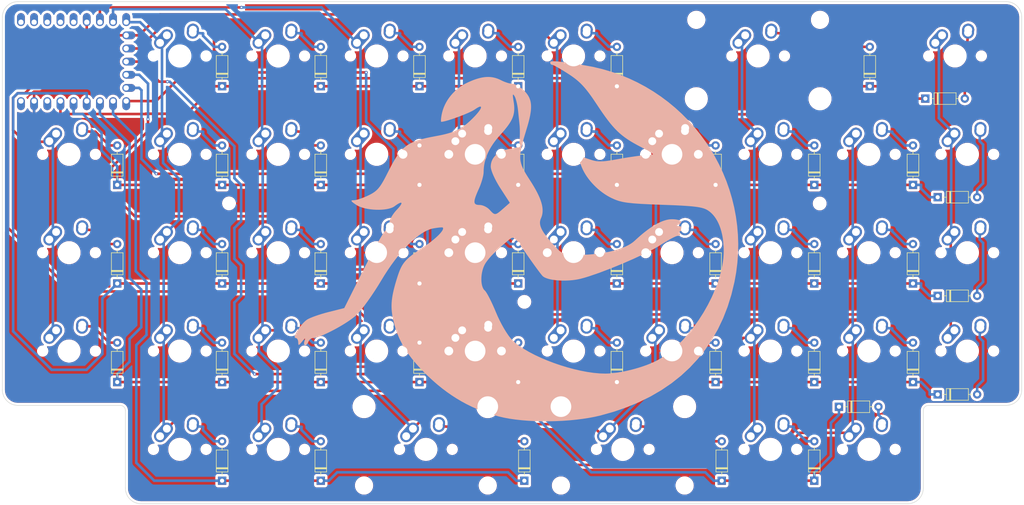
<source format=kicad_pcb>
(kicad_pcb (version 20221018) (generator pcbnew)
  (layers (0 "F.Cu" signal) (31 "B.Cu" signal) (34 "B.Paste" user) (35 "F.Paste" user) (36 "B.SilkS" user "B.Silkscreen") (37 "F.SilkS" user "F.Silkscreen") (38 "B.Mask" user) (39 "F.Mask" user) (44 "Edge.Cuts" user))
  (net 0 "")
  (net 1 "L4")
  (net 2 "Net-(D1-A)")
  (net 3 "L1")
  (net 4 "Net-(D2-A)")
  (net 5 "Net-(D3-A)")
  (net 6 "Net-(D4-A)")
  (net 7 "Net-(D5-A)")
  (net 8 "Net-(D6-A)")
  (net 9 "Net-(D7-A)")
  (net 10 "Net-(D8-A)")
  (net 11 "Net-(D9-A)")
  (net 12 "L6")
  (net 13 "Net-(D10-A)")
  (net 14 "Net-(D11-A)")
  (net 15 "L2")
  (net 16 "Net-(D13-A)")
  (net 17 "Net-(D14-A)")
  (net 18 "Net-(D15-A)")
  (net 19 "Net-(D16-A)")
  (net 20 "Net-(D17-A)")
  (net 21 "Net-(D18-A)")
  (net 22 "L7")
  (net 23 "Net-(D19-A)")
  (net 24 "Net-(D20-A)")
  (net 25 "Net-(D21-A)")
  (net 26 "Net-(D22-A)")
  (net 27 "Net-(D23-A)")
  (net 28 "L8")
  (net 29 "Net-(D24-A)")
  (net 30 "L3")
  (net 31 "Net-(D25-A)")
  (net 32 "Net-(D26-A)")
  (net 33 "Net-(D27-A)")
  (net 34 "Net-(D28-A)")
  (net 35 "Net-(D29-A)")
  (net 36 "Net-(D30-A)")
  (net 37 "Net-(D31-A)")
  (net 38 "Net-(D32-A)")
  (net 39 "Net-(D33-A)")
  (net 40 "L9")
  (net 41 "Net-(D34-A)")
  (net 42 "Net-(D35-A)")
  (net 43 "Net-(D36-A)")
  (net 44 "L5")
  (net 45 "Net-(D37-A)")
  (net 46 "Net-(D38-A)")
  (net 47 "Net-(D39-A)")
  (net 48 "Net-(D40-A)")
  (net 49 "Net-(D41-A)")
  (net 50 "L10")
  (net 51 "Net-(D42-A)")
  (net 52 "Net-(D43-A)")
  (net 53 "C1")
  (net 54 "C2")
  (net 55 "C3")
  (net 56 "C4")
  (net 57 "C5")
  (net 64 "GND")
  (net 66 "Net-(D12-A)")
  (footprint "_mx:MX-Alps-Hybrid-1U" (layer "F.Cu") (at 200.5 150)
    (fp_text reference "MX22" hide)
    (fp_text value "MX" hide)
  )
  (footprint "Diode_THT:D_DO-35_SOD27_P7.62mm_Horizontal" (layer "F.Cu") (at 227.8594 175.0031 90)
    (fp_text reference "D33" hide)
    (fp_text value "1N4148" hide)
  )
  (footprint "Diode_THT:D_DO-35_SOD27_P7.62mm_Horizontal" (layer "F.Cu") (at 208.8094 175.0031 90)
    (fp_text reference "D32" hide)
    (fp_text value "1N4148" hide)
  )
  (footprint "_mx:MX-Alps-Hybrid-1U" (layer "F.Cu") (at 143.5 112)
    (fp_text reference "MX1" hide)
    (fp_text value "MX" hide)
  )
  (footprint "Diode_THT:D_DO-35_SOD27_P7.62mm_Horizontal" (layer "F.Cu") (at 131.4188 136.9031 90)
    (fp_text reference "D8" hide)
    (fp_text value "1N4148" hide)
  )
  (footprint "Diode_THT:D_DO-35_SOD27_P7.62mm_Horizontal" (layer "F.Cu") (at 189.7594 136.9031 90)
    (fp_text reference "D11" hide)
    (fp_text value "1N4148" hide)
  )
  (footprint "Diode_THT:D_DO-35_SOD27_P7.62mm_Horizontal" (layer "F.Cu") (at 285.0094 155.9531 90)
    (fp_text reference "D26" hide)
    (fp_text value "1N4148" hide)
  )
  (footprint "_mx:MX-Alps-Hybrid-1U" (layer "F.Cu") (at 238.5 150)
    (fp_text reference "MX24" hide)
    (fp_text value "MX" hide)
  )
  (footprint "_mx:MX-Alps-Hybrid-1U" (layer "F.Cu") (at 295.5 150)
    (fp_text reference "MX27" hide)
    (fp_text value "MX" hide)
  )
  (footprint "_mx:MX-Alps-Hybrid-1U" (layer "F.Cu") (at 276.5 169)
    (fp_text reference "MX36" hide)
    (fp_text value "MX" hide)
  )
  (footprint "MountingHole:MountingHole_2.2mm_M2" (layer "F.Cu") (at 267 140.5)
    (fp_text reference "H2" hide)
    (fp_text value "MountingHole" hide)
  )
  (footprint "Diode_THT:D_DO-35_SOD27_P7.62mm_Horizontal" (layer "F.Cu") (at 289.7719 139.2844)
    (fp_text reference "D17" hide)
    (fp_text value "1N4148" hide)
  )
  (footprint "_mx:MX-Alps-Hybrid-1U" (layer "F.Cu") (at 162.5 131)
    (fp_text reference "MX10" hide)
    (fp_text value "MX" hide)
  )
  (footprint "Diode_THT:D_DO-35_SOD27_P7.62mm_Horizontal" (layer "F.Cu") (at 189.7594 117.8531 90)
    (fp_text reference "D3" hide)
    (fp_text value "1N4148" hide)
  )
  (footprint "Diode_THT:D_DO-35_SOD27_P7.62mm_Horizontal" (layer "F.Cu") (at 285.0094 175.0031 90)
    (fp_text reference "D36" hide)
    (fp_text value "1N4148" hide)
  )
  (footprint "Diode_THT:D_DO-35_SOD27_P7.62mm_Horizontal" (layer "F.Cu") (at 170.7094 194.0531 90)
    (fp_text reference "D39" hide)
    (fp_text value "1N4148" hide)
  )
  (footprint "Diode_THT:D_DO-35_SOD27_P7.62mm_Horizontal" (layer "F.Cu") (at 131.4188 155.9531 90)
    (fp_text reference "D18" hide)
    (fp_text value "1N4148" hide)
  )
  (footprint "Diode_THT:D_DO-35_SOD27_P7.62mm_Horizontal" (layer "F.Cu") (at 227.8594 136.9031 90)
    (fp_text reference "D13" hide)
    (fp_text value "1N4148" hide)
  )
  (footprint "Diode_THT:D_DO-35_SOD27_P7.62mm_Horizontal" (layer "F.Cu") (at 170.7094 136.9031 90)
    (fp_text reference "D10" hide)
    (fp_text value "1N4148" hide)
  )
  (footprint "Diode_THT:D_DO-35_SOD27_P7.62mm_Horizontal" (layer "F.Cu") (at 189.7594 155.9531 90)
    (fp_text reference "D21" hide)
    (fp_text value "1N4148" hide)
  )
  (footprint "_mx:MX-Alps-Hybrid-1.25U" (layer "F.Cu") (at 122.125 169)
    (fp_text reference "MX28" hide)
    (fp_text value "MX" hide)
  )
  (footprint "Diode_THT:D_DO-35_SOD27_P7.62mm_Horizontal" (layer "F.Cu") (at 287.3906 120.2344)
    (fp_text reference "D7" hide)
    (fp_text value "1N4148" hide)
  )
  (footprint "_mx:MX-Alps-Hybrid-2U-ReversedStabilizers" (layer "F.Cu") (at 191 188)
    (fp_text reference "MX40" hide)
    (fp_text value "MX" hide)
  )
  (footprint "Diode_THT:D_DO-35_SOD27_P7.62mm_Horizontal" (layer "F.Cu") (at 151.6594 155.9531 90)
    (fp_text reference "D19" hide)
    (fp_text value "1N4148" hide)
  )
  (footprint "Diode_THT:D_DO-35_SOD27_P7.62mm_Horizontal" (layer "F.Cu") (at 227.8594 155.9531 90)
    (fp_text reference "D23" hide)
    (fp_text value "1N4148" hide)
  )
  (footprint "_mx:MX-Alps-Hybrid-1U" (layer "F.Cu") (at 181.5 112)
    (fp_text reference "MX3" hide)
    (fp_text value "MX" hide)
  )
  (footprint "_mx:MX-Alps-Hybrid-1.25U" (layer "F.Cu") (at 293.125 112)
    (fp_text reference "MX7" hide)
    (fp_text value "MX" hide)
  )
  (footprint "Diode_THT:D_DO-35_SOD27_P7.62mm_Horizontal" (layer "F.Cu") (at 189.7594 175.0031 90)
    (fp_text reference "D31" hide)
    (fp_text value "1N4148" hide)
  )
  (footprint "_mx:MX-Alps-Hybrid-1U" (layer "F.Cu") (at 162.5 150)
    (fp_text reference "MX20" hide)
    (fp_text value "MX" hide)
  )
  (footprint "Diode_THT:D_DO-35_SOD27_P7.62mm_Horizontal" (layer "F.Cu") (at 227.8594 117.8531 90)
    (fp_text reference "D5" hide)
    (fp_text value "1N4148" hide)
  )
  (footprint "_mx:MX-Alps-Hybrid-2.75U" (layer "F.Cu") (at 255.125 112)
    (fp_text reference "MX6")
    (fp_text value "MX")
  )
  (footprint "_mx:MX-Alps-Hybrid-1U" (layer "F.Cu") (at 143.5 150)
    (fp_text reference "MX19" hide)
    (fp_text value "MX" hide)
  )
  (footprint "Diode_THT:D_DO-35_SOD27_P7.62mm_Horizontal" (layer "F.Cu") (at 285.0094 136.9031 90)
    (fp_text reference "D16" hide)
    (fp_text value "1N4148" hide)
  )
  (footprint "_mx:MX-Alps-Hybrid-1U" (layer "F.Cu") (at 143.5 131)
    (fp_text reference "MX9" hide)
    (fp_text value "MX" hide)
  )
  (footprint "_mx:MX-Alps-Hybrid-1U" (layer "F.Cu") (at 181.5 169)
    (fp_text reference "MX31" hide)
    (fp_text value "MX" hide)
  )
  (footprint "Diode_THT:D_DO-35_SOD27_P7.62mm_Horizontal" (layer "F.Cu") (at 276.675 117.8531 90)
    (fp_text reference "D6" hide)
    (fp_text value "1N4148" hide)
  )
  (footprint "_mx:MX-Alps-Hybrid-1U" (layer "F.Cu") (at 181.5 131)
    (fp_text reference "MX11" hide)
    (fp_text value "MX" hide)
  )
  (footprint "Diode_THT:D_DO-35_SOD27_P7.62mm_Horizontal" (layer "F.Cu") (at 151.6594 117.8531 90)
    (fp_text reference "D1" hide)
    (fp_text value "1N4148" hide)
  )
  (footprint "Diode_THT:D_DO-35_SOD27_P7.62mm_Horizontal" (layer "F.Cu") (at 265.9594 155.9531 90)
    (fp_text reference "D25" hide)
    (fp_text value "1N4148" hide)
  )
  (footprint "_mx:MX-Alps-Hybrid-2U-ReversedStabilizers" (layer "F.Cu") (at 229 188)
    (fp_text reference "MX41" hide)
    (fp_text value "MX" hide)
  )
  (footprint "_mx:MX-Alps-Hybrid-1U" (layer "F.Cu") (at 276.5 150)
    (fp_text reference "MX26" hide)
    (fp_text value "MX" hide)
  )
  (footprint "Diode_THT:D_DO-35_SOD27_P7.62mm_Horizontal" (layer "F.Cu") (at 208.8094 155.9531 90)
    (fp_text reference "D22" hide)
    (fp_text value "1N4148" hide)
  )
  (footprint "Diode_THT:D_DO-35_SOD27_P7.62mm_Horizontal" (layer "F.Cu") (at 208.8094 136.9031 90)
    (fp_text reference "D12" hide)
    (fp_text value "1N4148" hide)
  )
  (footprint "_mcu:rp2040-zero-tht" (layer "F.Cu") (at 123 113.0906 90)
    (fp_text reference "U1" hide)
    (fp_text value "rp2040-zero" hide)
  )
  (footprint "Diode_THT:D_DO-35_SOD27_P7.62mm_Horizontal" (layer "F.Cu") (at 151.6594 136.9031 90)
    (fp_text reference "D9" hide)
    (fp_text value "1N4148" hide)
  )
  (footprint "_mx:MX-Alps-Hybrid-1U" (layer "F.Cu") (at 162.5 112)
    (fp_text reference "MX2" hide)
    (fp_text value "MX" hide)
  )
  (footprint "_mx:MX-Alps-Hybrid-1U" (layer "F.Cu") (at 257.5 150)
    (fp_text reference "MX25" hide)
    (fp_text value "MX" hide)
  )
  (footprint "Diode_THT:D_DO-35_SOD27_P7.62mm_Horizontal" (layer "F.Cu") (at 208.8094 117.8531 90)
    (fp_text reference "D4" hide)
    (fp_text value "1N4148" hide)
  )
  (footprint "Diode_THT:D_DO-35_SOD27_P7.62mm_Horizontal" (layer "F.Cu") (at 289.7719 177.3844)
    (fp_text reference "D37" hide)
    (fp_text value "1N4148" hide)
  )
  (footprint "Diode_THT:D_DO-35_SOD27_P7.62mm_Horizontal" (layer "F.Cu") (at 246.9094 155.9531 90)
    (fp_text reference "D24" hide)
    (fp_text value "1N4148" hide)
  )
  (footprint "_mx:MX-Alps-Hybrid-1U" (layer "F.Cu") (at 295.5 131)
    (fp_text reference "MX17" hide)
    (fp_text value "MX" hide)
  )
  (footprint "_mx:MX-Alps-Hybrid-1U" (layer "F.Cu") (at 238.5 169)
    (fp_text reference "MX34" hide)
    (fp_text value "MX" hide)
  )
  (footprint "_mx:MX-Alps-Hybrid-1U" (layer "F.Cu") (at 219.5 169)
    (fp_text reference "MX33" hide)
    (fp_text value "MX" hide)
  )
  (footprint "_mx:MX-Alps-Hybrid-1U" (layer "F.Cu") (at 200.5 169)
    (fp_text reference "MX32" hide)
    (fp_text value "MX" hide)
  )
  (footprint "Diode_THT:D_DO-35_SOD27_P7.62mm_Horizontal" (layer "F.Cu") (at 151.6594 175.0031 90)
    (fp_text reference "D29" hide)
    (fp_text value "1N4148" hide)
  )
  (footprint "_mx:MX-Alps-Hybrid-1U" (layer "F.Cu") (at 143.5 188)
    (fp_text reference "MX38" hide)
    (fp_text value "MX" hide)
  )
  (footprint "_mx:MX-Alps-Hybrid-1U" (layer "F.Cu") (at 219.5 112)
    (fp_text reference "MX5" hide)
    (fp_text value "MX" hide)
  )
  (footprint "Diode_THT:D_DO-35_SOD27_P7.62mm_Horizontal" (layer "F.Cu") (at 210 194.0531 90)
    (fp_text reference "D40" hide)
    (fp_text value "1N4148" hide)
  )
  (footprint "_mx:MX-Alps-Hybrid-1.25U" (layer "F.Cu") (at 122.125 131)
    (fp_text reference "MX8" hide)
    (fp_text value "MX" hide)
  )
  (footprint "_mx:MX-Alps-Hybrid-1.25U" (layer "F.Cu") (at 122.125 150)
    (fp_text reference "MX18" hide)
    (fp_text value "MX" hide)
  )
  (footprint "_mx:MX-Alps-Hybrid-1U" (layer "F.Cu") (at 200.5 131)
    (fp_text reference "MX12" hide)
    (fp_text value "MX" hide)
  )
  (footprint "MountingHole:MountingHole_2.2mm_M2" (layer "F.Cu") (at 210 159.5)
    (fp_text reference "H3" hide)
    (fp_text value "MountingHole" hide)
  )
  (footprint "Diode_THT:D_DO-35_SOD27_P7.62mm_Horizontal" (layer "F.Cu") (at 248.1 194.0531 90)
    (fp_text reference "D41" hide)
    (fp_text value "1N4148" hide)
  )
  (footprint "_mx:MX-Alps-Hybrid-1U" (layer "F.Cu") (at 219.5 150)
    (fp_text reference "MX23" hide)
    (fp_text value "MX" hide)
  )
  (footprint "_mx:MX-Alps-Hybrid-1U" (layer "F.Cu") (at 276.5 188)
    (fp_text reference "MX43" hide)
    (fp_text value "MX" hide)
  )
  (footprint "Diode_THT:D_DO-35_SOD27_P7.62mm_Horizontal" (layer "F.Cu") (at 270.7219 179.7656)
    (fp_text reference "D43" hide)
    (fp_text value "1N4148" hide)
  )
  (footprint "Diode_THT:D_DO-35_SOD27_P7.62mm_Horizontal" (layer "F.Cu") (at 246.9094 136.9031 90)
    (fp_text reference "D14" hide)
    (fp_text value "1N4148" hide)
  )
  (footprint "_mx:MX-Alps-Hybrid-1U" (layer "F.Cu") (at 219.5 131)
    (fp_text reference "MX13" hide)
    (fp_text value "MX" hide)
  )
  (footprint "Diode_THT:D_DO-35_SOD27_P7.62mm_Horizontal" (layer "F.Cu") (at 289.7719 158.3344)
    (fp_text reference "D27" hide)
    (fp_text value "1N4148" hide)
  )
  (footprint "_mx:MX-Alps-Hybrid-1U" (layer "F.Cu") (at 257.5 188)
    (fp_text reference "MX42" hide)
    (fp_text value "MX" hide)
  )
  (footprint "_mx:MX-Alps-Hybrid-1U" (layer "F.Cu") (at 162.5 188)
    (fp_text reference "MX39" hide)
    (fp_text value "MX" hide)
  )
  (footprint "Diode_THT:D_DO-35_SOD27_P7.62mm_Horizontal" (layer "F.Cu") (at 151.6594 194.0531 90)
    (fp_text reference "D38" hide)
    (fp_text value "1N4148" hide)
  )
  (footprint "Diode_THT:D_DO-35_SOD27_P7.62mm_Horizontal" (layer "F.Cu") (at 170.7094 175.0031 90)
    (fp_text reference "D30" hide)
    (fp_text value "1N4148" hide)
  )
  (footprint "_mx:MX-Alps-Hybrid-1U" (layer "F.Cu") (at 200.5 112)
    (fp_text reference "MX4" hide)
    (fp_text value "MX" hide)
  )
  (footprint "_mx:MX-Alps-Hybrid-1U" (layer "F.Cu") (at 276.5 131)
    (fp_text reference "MX16" hide)
    (fp_text value "MX" hide)
  )
  (footprint "_mx:MX-Alps-Hybrid-1U" (layer "F.Cu") (at 181.5 150)
    (fp_text reference "MX21" hide)
    (fp_text value "MX" hide)
  )
  (footprint "_mx:MX-Alps-Hybrid-1U" (layer "F.Cu") (at 295.5 169)
    (fp_text reference "MX37" hide)
    (fp_text value "MX" hide)
  )
  (footprint "Diode_THT:D_DO-35_SOD27_P7.62mm_Horizontal" (layer "F.Cu") (at 170.7094 117.8531 90)
    (fp_text reference "D2" hide)
    (fp_text value "1N4148" hide)
  )
  (footprint "_mx:MX-Alps-Hybrid-1U" (layer "F.Cu") (at 257.5 131)
    (fp_text reference "MX15" hide)
    (fp_text value "MX" hide)
  )
  (footprint "Diode_THT:D_DO-35_SOD27_P7.62mm_Horizontal" (layer "F.Cu") (at 170.7094 155.9531 90)
    (fp_text reference "D20" hide)
    (fp_text value "1N4148" hide)
  )
  (footprint "Diode_THT:D_DO-35_SOD27_P7.62mm_Horizontal" (layer "F.Cu") (at 265.9594 194.0531 90)
    (fp_text reference "D42" hide)
    (fp_text value "1N4148" hide)
  )
  (footprint "Diode_THT:D_DO-35_SOD27_P7.62mm_Horizontal" (layer "F.Cu") (at 265.9594 175.0031 90)
    (fp_text reference "D35" hide)
    (fp_text value "1N4148" hide)
  )
  (footprint "MountingHole:MountingHole_2.2mm_M2" (layer "F.Cu") (at 153 140.475)
    (fp_text reference "H1" hide)
    (fp_text value "MountingHole" hide)
  )
  (footprint "Diode_THT:D_DO-35_SOD27_P7.62mm_Horizontal" (layer "F.Cu") (at 131.4188 175.0031 90)
    (fp_text reference "D28" hide)
    (fp_text value "1N4148" hide)
  )
  (footprint "_mx:MX-Alps-Hybrid-1U" (layer "F.Cu") (at 143.5 169)
    (fp_text reference "MX29" hide)
    (fp_text value "MX" hide)
  )
  (footprint "_mx:MX-Alps-Hybrid-1U" (layer "F.Cu") (at 162.5 169)
    (fp_text reference "MX30" hide)
    (fp_text value "MX" hide)
  )
  (footprint "_mx:MX-Alps-Hybrid-1U" (layer "F.Cu") (at 257.5 169)
    (fp_text reference "MX35" hide)
    (fp_text value "MX" hide)
  )
  (footprint "Diode_THT:D_DO-35_SOD27_P7.62mm_Horizontal" (layer "F.Cu") (at 246.9094 175.0031 90)
    (fp_text reference "D34" hide)
    (fp_text value "1N4148" hide)
  )
  (footprint "Diode_THT:D_DO-35_SOD27_P7.62mm_Horizontal" (layer "F.Cu") (at 265.9594 136.9031 90)
    (fp_text reference "D15" hide)
    (fp_text value "1N4148" hide)
  )
  (footprint "_mx:MX-Alps-Hybrid-1U" (layer "F.Cu") (at 238.5 131)
    (fp_text reference "MX14" hide)
    (fp_text value "MX" hide)
  )
  (gr_poly (pts (xy 215.712469 113.015586) (xy 215.848211 113.019489) (xy 215.998482 113.02703) (xy 216.1639 113.038256) (xy 216.345081 113.053214) (xy 216.542643 113.071949) (xy 216.989381 113.120942) (xy 217.509052 113.185607) (xy 218.106595 113.266318) (xy 218.786949 113.363447) (xy 219.555052 113.477369) (xy 220.415845 113.608455) (xy 221.374266 113.75708) (xy 223.219804 114.094819) (xy 225.024962 114.52374) (xy 226.787753 115.040992) (xy 228.506193 115.643725) (xy 230.178295 116.329088) (xy 231.802075 117.09423) (xy 233.375546 117.936301) (xy 234.896723 118.852448) (xy 236.36362 119.839823) (xy 237.774252 120.895574) (xy 239.126632 122.01685) (xy 240.418777 123.2008) (xy 241.648699 124.444575) (xy 242.814413 125.745322) (xy 243.913934 127.100191) (xy 244.945277 128.506332) (xy 245.906454 129.960894) (xy 246.795482 131.461025) (xy 247.610374 133.003876) (xy 248.349144 134.586595) (xy 249.009808 136.206331) (xy 249.590379 137.860234) (xy 250.088871 139.545454) (xy 250.503301 141.259139) (xy 250.83168 142.998438) (xy 251.072025 144.760501) (xy 251.22235 146.542477) (xy 251.280668 148.341516) (xy 251.244994 150.154765) (xy 251.113343 151.979376) (xy 250.88373 153.812496) (xy 250.554167 155.651276) (xy 249.96608 158.100546) (xy 249.236232 160.443215) (xy 248.365702 162.678202) (xy 247.35557 164.804432) (xy 246.206913 166.820824) (xy 244.920812 168.726302) (xy 243.498345 170.519787) (xy 241.940592 172.2002) (xy 240.248632 173.766465) (xy 238.423543 175.217501) (xy 236.466405 176.552232) (xy 234.378297 177.769579) (xy 232.160298 178.868464) (xy 229.813487 179.847809) (xy 227.338943 180.706536) (xy 224.737746 181.443566) (xy 223.640645 181.696699) (xy 222.476543 181.918209) (xy 221.255999 182.10799) (xy 219.989575 182.265936) (xy 218.687833 182.391942) (xy 217.361332 182.485903) (xy 216.020634 182.547713) (xy 214.676299 182.577267) (xy 213.33889 182.57446) (xy 212.018967 182.539186) (xy 210.72709 182.47134) (xy 209.473821 182.370816) (xy 208.269721 182.23751) (xy 207.12535 182.071315) (xy 206.051271 181.872127) (xy 205.058043 181.63984) (xy 205.058041 181.639842) (xy 205.05804 181.639845) (xy 205.058038 181.639848) (xy 205.058036 181.639851) (xy 205.058034 181.639853) (xy 205.058032 181.639856) (xy 205.05803 181.639858) (xy 205.058028 181.639861) (xy 205.058026 181.639863) (xy 205.058023 181.639864) (xy 205.058021 181.639866) (xy 205.058019 181.639867) (xy 205.058017 181.639869) (xy 205.058016 181.639869) (xy 205.058015 181.63987) (xy 205.058014 181.63987) (xy 205.058013 181.63987) (xy 205.058012 181.63987) (xy 203.966364 181.333118) (xy 202.897063 180.99086) (xy 201.849099 180.612468) (xy 200.821464 180.197318) (xy 199.813149 179.744784) (xy 198.823145 179.25424) (xy 197.850444 178.725061) (xy 196.894037 178.156621) (xy 195.952914 177.548295) (xy 195.026067 176.899456) (xy 194.112488 176.20948) (xy 193.211167 175.477741) (xy 192.321095 174.703612) (xy 191.441265 173.886469) (xy 190.570666 173.025686) (xy 189.70829 172.120636) (xy 189.197532 171.555429) (xy 188.716655 170.995006) (xy 188.264809 170.437797) (xy 187.841144 169.882231) (xy 187.444809 169.326736) (xy 187.074952 168.769741) (xy 186.730724 168.209675) (xy 186.411272 167.644967) (xy 186.115748 167.074047) (xy 185.843299 166.495342) (xy 185.593075 165.907283) (xy 185.364226 165.308296) (xy 185.155899 164.696813) (xy 184.967246 164.071261) (xy 184.797414 163.43007) (xy 184.645554 162.771668) (xy 184.554711 162.315284) (xy 184.481091 161.870057) (xy 184.425068 161.432368) (xy 184.387013 160.998598) (xy 184.367299 160.565131) (xy 184.366297 160.128346) (xy 184.384381 159.684626) (xy 184.421922 159.230353) (xy 184.479292 158.761907) (xy 184.556865 158.275672) (xy 184.655011 157.768028) (xy 184.774104 157.235357) (xy 184.914516 156.67404) (xy 185.076618 156.08046) (xy 185.260784 155.450998) (xy 185.467385 154.782036) (xy 185.632198 154.275614) (xy 185.794538 153.813975) (xy 185.959148 153.391591) (xy 186.130768 153.002932) (xy 186.31414 152.64247) (xy 186.514007 152.304675) (xy 186.735108 151.98402) (xy 186.982188 151.674975) (xy 187.259986 151.372011) (xy 187.573245 151.0696) (xy 187.926706 150.762212) (xy 188.325111 150.444318) (xy 188.773202 150.110391) (xy 189.27572 149.754901) (xy 189.837407 149.372318) (xy 190.463005 148.957116) (xy 190.913409 148.653858) (xy 191.346009 148.348562) (xy 191.75852 148.043528) (xy 192.148654 147.741052) (xy 192.514126 147.443434) (xy 192.85265 147.152971) (xy 193.16194 146.871962) (xy 193.439708 146.602705) (xy 193.68367 146.347499) (xy 193.891538 146.108641) (xy 194.061027 145.88843) (xy 194.18985 145.689164) (xy 194.275721 145.513141) (xy 194.301836 145.434564) (xy 194.316355 145.36266) (xy 194.318993 145.297715) (xy 194.309464 145.240018) (xy 194.287482 145.189855) (xy 194.252762 145.147515) (xy 194.24308 145.140901) (xy 194.229232 145.135137) (xy 194.189505 145.126117) (xy 194.134504 145.120374) (xy 194.065155 145.117826) (xy 193.98238 145.118391) (xy 193.887103 145.12199) (xy 193.78025 145.128541) (xy 193.662743 145.137962) (xy 193.535507 145.150172) (xy 193.399466 145.165091) (xy 193.104663 145.202729) (xy 192.785727 145.250225) (xy 192.450051 145.306931) (xy 192.18482 145.363755) (xy 191.913183 145.440443) (xy 191.63546 145.536675) (xy 191.351971 145.652131) (xy 191.063034 145.786493) (xy 190.768969 145.939439) (xy 190.166734 146.299811) (xy 189.547821 146.730688) (xy 188.914784 147.229515) (xy 188.27018 147.793735) (xy 187.616565 148.420791) (xy 186.956493 149.108126) (xy 186.29252 149.853183) (xy 185.627201 150.653406) (xy 184.963093 151.506238) (xy 184.30275 152.409122) (xy 183.648728 153.359501) (xy 183.003583 154.354818) (xy 182.36987 155.392517) (xy 181.748823 156.411945) (xy 181.096064 157.432021) (xy 180.431128 158.425484) (xy 179.773547 159.36507) (xy 179.142854 160.223517) (xy 178.558583 160.973562) (xy 178.040267 161.587944) (xy 177.811946 161.835741) (xy 177.607438 162.039399) (xy 177.236848 162.363726) (xy 176.795869 162.708501) (xy 176.295237 163.068016) (xy 175.745692 163.436561) (xy 175.15797 163.808428) (xy 174.542809 164.177909) (xy 173.910947 164.539294) (xy 173.273122 164.886876) (xy 172.64007 165.214944) (xy 172.022529 165.517792) (xy 171.431238 165.78971) (xy 170.876933 166.024989) (xy 170.370353 166.217922) (xy 169.922234 166.362799) (xy 169.543315 166.453911) (xy 169.244333 166.48555) (xy 169.211215 166.486451) (xy 169.177832 166.489122) (xy 169.144244 166.49352) (xy 169.110507 166.499601) (xy 169.07668 166.507321) (xy 169.04282 166.516635) (xy 168.975236 166.539872) (xy 168.908216 166.568957) (xy 168.842226 166.603538) (xy 168.777727 166.643262) (xy 168.715183 166.687777) (xy 168.655057 166.736729) (xy 168.597813 166.789765) (xy 168.543913 166.846533) (xy 168.493822 166.906679) (xy 168.448001 166.96985) (xy 168.406915 167.035694) (xy 168.371027 167.103858) (xy 168.355177 167.1387) (xy 168.340799 167.173989) (xy 168.30482 167.261884) (xy 168.266941 167.343487) (xy 168.227427 167.418835) (xy 168.186545 167.487969) (xy 168.144558 167.550927) (xy 168.101732 167.607749) (xy 168.058333 167.658473) (xy 168.014625 167.703139) (xy 167.970873 167.741786) (xy 167.927344 167.774453) (xy 167.884301 167.801179) (xy 167.842011 167.822003) (xy 167.800738 167.836964) (xy 167.760747 167.846102) (xy 167.722304 167.849455) (xy 167.685674 167.847062) (xy 167.651122 167.838964) (xy 167.618914 167.825198) (xy 167.589313 167.805804) (xy 167.562586 167.780822) (xy 167.538998 167.750289) (xy 167.518814 167.714246) (xy 167.502299 167.672731) (xy 167.489718 167.625783) (xy 167.481337 167.573442) (xy 167.47742 167.515747) (xy 167.478233 167.452737) (xy 167.48404 167.38445) (xy 167.495109 167.310927) (xy 167.511702 167.232206) (xy 167.534086 167.148326) (xy 167.562525 167.059327) (xy 167.600987 166.944921) (xy 167.631865 166.846384) (xy 167.654866 166.763787) (xy 167.669698 166.697205) (xy 167.673958 166.669942) (xy 167.676067 166.646709) (xy 167.675986 166.627518) (xy 167.673679 166.612375) (xy 167.669111 166.601291) (xy 167.662243 166.594274) (xy 167.65304 166.591335) (xy 167.641465 166.592481) (xy 167.627481 166.597722) (xy 167.611052 166.607068) (xy 167.592141 166.620527) (xy 167.570711 166.638109) (xy 167.520148 166.685677) (xy 167.459071 166.749846) (xy 167.387187 166.830688) (xy 167.304202 166.928277) (xy 167.209823 167.042686) (xy 167.103758 167.173989) (xy 166.986943 167.318615) (xy 166.882969 167.444376) (xy 166.791083 167.551387) (xy 166.710531 167.639763) (xy 166.640559 167.709619) (xy 166.609305 167.737638) (xy 166.580413 167.76107) (xy 166.55379 167.779929) (xy 166.52934 167.794231) (xy 166.50697 167.803989) (xy 166.486586 167.809218) (xy 166.468093 167.809932) (xy 166.451396 167.806145) (xy 166.436403 167.797873) (xy 166.423018 167.785129) (xy 166.411148 167.767928) (xy 166.400697 167.746283) (xy 166.391572 167.720211) (xy 166.383679 167.689724) (xy 166.376924 167.654838) (xy 166.371211 167.615566) (xy 166.362539 167.523924) (xy 166.356909 167.414914) (xy 166.353567 167.288651) (xy 166.349454 167.206833) (xy 166.340545 167.127308) (xy 166.327094 167.05049) (xy 166.309353 166.976789) (xy 166.287577 166.906618) (xy 166.262017 166.840388) (xy 166.232928 166.778511) (xy 166.200562 166.721399) (xy 166.165173 166.669463) (xy 166.127013 166.623117) (xy 166.086336 166.582771) (xy 166.065133 166.564976) (xy 166.043395 166.548837) (xy 166.021155 166.534403) (xy 165.998443 166.521726) (xy 165.975292 166.510859) (xy 165.951733 166.501852) (xy 165.927798 166.494757) (xy 165.903518 166.489626) (xy 165.878926 166.486509) (xy 165.854052 166.485459) (xy 165.794732 166.477561) (xy 165.749003 166.454438) (xy 165.716333 166.416951) (xy 165.696188 166.365956) (xy 165.688038 166.302312) (xy 165.691347 166.226879) (xy 165.705585 166.140513) (xy 165.730217 166.044075) (xy 165.764711 165.938422) (xy 165.808535 165.824412) (xy 165.922039 165.574759) (xy 166.066467 165.301983) (xy 166.237557 165.012951) (xy 166.431046 164.714532) (xy 166.642673 164.413594) (xy 166.868174 164.117004) (xy 167.103288 163.83163) (xy 167.343753 163.56434) (xy 167.585306 163.322001) (xy 167.705159 163.212335) (xy 167.823686 163.111483) (xy 167.940353 163.020302) (xy 168.054628 162.939652) (xy 168.17523 162.866017) (xy 168.32377 162.786543) (xy 168.498146 162.701978) (xy 168.696252 162.61307) (xy 169.155242 162.425219) (xy 169.683907 162.228979) (xy 170.265413 162.030337) (xy 170.882928 161.835279) (xy 171.519618 161.649793) (xy 172.158651 161.479866) (xy 175.235475 160.703377) (xy 178.704992 153.774178) (xy 180.121548 151.006994) (xy 181.413746 148.59488) (xy 181.968614 147.602993) (xy 182.438876 146.797096) (xy 182.806693 146.209596) (xy 183.054226 145.872902) (xy 183.144188 145.769144) (xy 183.232311 145.659012) (xy 183.31811 145.543471) (xy 183.401101 145.423488) (xy 183.480796 145.300029) (xy 183.556712 145.174058) (xy 183.628361 145.046543) (xy 183.69526 144.91845) (xy 183.756922 144.790743) (xy 183.812861 144.66439) (xy 183.862593 144.540356) (xy 183.905632 144.419607) (xy 183.941492 144.303109) (xy 183.969688 144.191827) (xy 183.989734 144.086729) (xy 184.001145 143.988779) (xy 184.014828 143.888731) (xy 184.041548 143.777481) (xy 184.080595 143.656201) (xy 184.131259 143.526065) (xy 184.192828 143.388246) (xy 184.264592 143.243917) (xy 184.345841 143.09425) (xy 184.435865 142.94042) (xy 184.533953 142.7836) (xy 184.639395 142.624961) (xy 184.75148 142.465678) (xy 184.869498 142.306923) (xy 184.992738 142.149869) (xy 185.12049 141.99569) (xy 185.252044 141.845559) (xy 185.386689 141.700648) (xy 185.625087 141.444059) (xy 185.825678 141.212317) (xy 185.988979 141.006228) (xy 186.115508 140.826595) (xy 186.165144 140.746952) (xy 186.205782 140.674225) (xy 186.237485 140.608515) (xy 186.260319 140.549921) (xy 186.274347 140.498546) (xy 186.279636 140.454489) (xy 186.276248 140.417851) (xy 186.26425 140.388733) (xy 186.243706 140.367235) (xy 186.21468 140.353459) (xy 186.177237 140.347503) (xy 186.131442 140.34947) (xy 186.077359 140.359459) (xy 186.015054 140.377572) (xy 185.944591 140.403909) (xy 185.866034 140.43857) (xy 185.779448 140.481656) (xy 185.684898 140.533268) (xy 185.472165 140.662471) (xy 185.228352 140.826985) (xy 184.953976 141.027613) (xy 184.819027 141.119802) (xy 184.667631 141.205211) (xy 184.500817 141.283873) (xy 184.319614 141.355822) (xy 183.918161 141.47972) (xy 183.471507 141.577176) (xy 182.987887 141.648465) (xy 182.475536 141.693857) (xy 181.942688 141.713627) (xy 181.39758 141.708046) (xy 180.848447 141.677388) (xy 180.303523 141.621926) (xy 179.771044 141.541931) (xy 179.259244 141.437678) (xy 178.77636 141.309438) (xy 178.330625 141.157484) (xy 177.930276 140.982089) (xy 177.749694 140.885686) (xy 177.583547 140.783526) (xy 177.387458 140.652251) (xy 177.21483 140.533459) (xy 177.065364 140.42659) (xy 176.938762 140.331087) (xy 176.834726 140.246394) (xy 176.752958 140.171951) (xy 176.720331 140.138399) (xy 176.69316 140.107201) (xy 176.684426 140.095592) (xy 200.371915 140.095592) (xy 200.372353 140.185995) (xy 200.380073 140.268769) (xy 200.395089 140.344192) (xy 200.417413 140.412542) (xy 200.447058 140.474097) (xy 200.484038 140.529132) (xy 200.528366 140.577927) (xy 200.580054 140.620757) (xy 200.639116 140.657902) (xy 200.705565 140.689637) (xy 200.779414 140.716241) (xy 200.949364 140.755165) (xy 201.14907 140.776891) (xy 201.378638 140.78364) (xy 201.492586 140.788403) (xy 201.611795 140.802376) (xy 201.735287 140.825089) (xy 201.862085 140.856072) (xy 201.99121 140.894854) (xy 202.121686 140.940964) (xy 202.252534 140.993932) (xy 202.382778 141.053286) (xy 202.511438 141.118557) (xy 202.637538 141.189273) (xy 202.7601 141.264964) (xy 202.878146 141.34516) (xy 202.990699 141.429389) (xy 203.09678 141.517181) (xy 203.195413 141.608065) (xy 203.28562 141.701571) (xy 203.468592 141.902173) (xy 203.632398 142.075585) (xy 203.708238 142.151998) (xy 203.780634 142.2215) (xy 203.850038 142.284051) (xy 203.916898 142.339613) (xy 203.981663 142.388148) (xy 204.044785 142.429619) (xy 204.106711 142.463986) (xy 204.167893 142.491212) (xy 204.228778 142.511259) (xy 204.289817 142.524087) (xy 204.35146 142.52966) (xy 204.414156 142.527939) (xy 204.478355 142.518886) (xy 204.544506 142.502462) (xy 204.613059 142.47863) (xy 204.684463 142.447351) (xy 204.759168 142.408587) (xy 204.837624 142.3623) (xy 204.92028 142.308451) (xy 205.007585 142.247003) (xy 205.099991 142.177918) (xy 205.197945 142.101157) (xy 205.412298 141.924454) (xy 205.654242 141.71659) (xy 205.927374 141.477259) (xy 205.927237 141.477274) (xy 207.192099 140.364054) (xy 205.353529 137.51945) (xy 205.160171 137.213796) (xy 204.973628 136.906085) (xy 204.624113 136.291537) (xy 204.311232 135.689908) (xy 204.041232 135.115299) (xy 203.924263 134.842533) (xy 203.820357 134.581809) (xy 203.730295 134.334892) (xy 203.654856 134.103542) (xy 203.594823 133.889522) (xy 203.550975 133.694596) (xy 203.524094 133.520526) (xy 203.51496 133.369074) (xy 203.519086 133.206977) (xy 203.531393 133.047447) (xy 203.551775 132.890585) (xy 203.580128 132.736488) (xy 203.616344 132.585256) (xy 203.660318 132.436988) (xy 203.711945 132.291781) (xy 203.771118 132.149736) (xy 203.837733 132.01095) (xy 203.911682 131.875523) (xy 203.99286 131.743553) (xy 204.081162 131.615139) (xy 204.176481 131.49038) (xy 204.278713 131.369375) (xy 204.38775 131.252223) (xy 204.503488 131.139021) (xy 204.62582 131.02987) (xy 204.754641 130.924868) (xy 204.889846 130.824114) (xy 205.031327 130.727706) (xy 205.17898 130.635743) (xy 205.332698 130.548325) (xy 205.492376 130.465549) (xy 205.657908 130.387516) (xy 205.829189 130.314322) (xy 206.006112 130.246068) (xy 206.188572 130.182853) (xy 206.376463 130.124774) (xy 206.569679 130.071931) (xy 206.768114 130.024422) (xy 206.971663 129.982346) (xy 207.18022 129.945803) (xy 207.487131 129.89528) (xy 207.75827 129.846256) (xy 207.995969 129.796358) (xy 208.202561 129.743215) (xy 208.294921 129.714685) (xy 208.380379 129.684454) (xy 208.459226 129.652225) (xy 208.531755 129.617702) (xy 208.598256 129.580588) (xy 208.659021 129.540586) (xy 208.714341 129.497401) (xy 208.76451 129.450736) (xy 208.809817 129.400293) (xy 208.850554 129.345777) (xy 208.887013 129.286891) (xy 208.919486 129.223338) (xy 208.948264 129.154822) (xy 208.973639 129.081046) (xy 208.995902 129.001713) (xy 209.015345 128.916528) (xy 209.046935 128.727413) (xy 209.070744 128.511328) (xy 209.089104 128.2659) (xy 209.104346 127.988758) (xy 209.118719 127.636068) (xy 209.128073 127.270823) (xy 209.132496 126.903607) (xy 209.132076 126.545004) (xy 209.126899 126.205596) (xy 209.117054 125.895967) (xy 209.102628 125.6267) (xy 209.083708 125.408378) (xy 208.95202 124.178796) (xy 208.779379 122.511558) (xy 208.729132 122.098222) (xy 208.663502 121.682043) (xy 208.585268 121.274315) (xy 208.497204 120.886335) (xy 208.402089 120.529396) (xy 208.302699 120.214794) (xy 208.252269 120.076899) (xy 208.201811 119.953824) (xy 208.151673 119.846981) (xy 208.102202 119.757782) (xy 208.038963 119.658419) (xy 208.010048 119.616026) (xy 207.982925 119.578549) (xy 207.957585 119.546032) (xy 207.93402 119.518518) (xy 207.91222 119.496051) (xy 207.892179 119.478673) (xy 207.873886 119.466428) (xy 207.857334 119.459359) (xy 207.849708 119.457779) (xy 207.842513 119.45751) (xy 207.83575 119.458556) (xy 207.829417 119.460923) (xy 207.823512 119.464617) (xy 207.818035 119.469642) (xy 207.808359 119.483711) (xy 207.800382 119.503172) (xy 207.794093 119.528068) (xy 207.789486 119.558444) (xy 207.786551 119.594342) (xy 207.785279 119.635806) (xy 207.785663 119.682879) (xy 207.787693 119.735603) (xy 207.791362 119.794023) (xy 207.803579 119.928123) (xy 207.822246 120.085523) (xy 207.847295 120.26657) (xy 207.878658 120.471609) (xy 207.916266 120.700989) (xy 207.985715 121.163023) (xy 208.03232 121.598248) (xy 208.054444 122.010857) (xy 208.050451 122.405039) (xy 208.018703 122.784986) (xy 207.991909 122.970932) (xy 207.957563 123.15489) (xy 207.91546 123.337385) (xy 207.865396 123.518941) (xy 207.807166 123.700082) (xy 207.740565 123.881331) (xy 207.665388 124.063213) (xy 207.581432 124.246251) (xy 207.386362 124.617892) (xy 207.153716 125.000445) (xy 206.88186 125.398101) (xy 206.569156 125.815052) (xy 206.213967 126.255488) (xy 205.814657 126.723601) (xy 205.369589 127.223583) (xy 204.971751 127.676504) (xy 204.601016 128.126875) (xy 204.257179 128.575156) (xy 203.940031 129.021811) (xy 203.649366 129.4673) (xy 203.384978 129.912086) (xy 203.146658 130.356629) (xy 202.9342 130.801391) (xy 202.747397 131.246835) (xy 202.586041 131.693421) (xy 202.449927 132.141611) (xy 202.338846 132.591868) (xy 202.252593 133.044651) (xy 202.190959 133.500425) (xy 202.153738 133.959649) (xy 202.140723 134.422785) (xy 202.135753 134.55663) (xy 202.12168 134.707089) (xy 202.098972 134.872514) (xy 202.068095 135.051258) (xy 202.029516 135.241674) (xy 201.983702 135.442115) (xy 201.93112 135.650933) (xy 201.872236 135.866482) (xy 201.73743 136.311184) (xy 201.58302 136.763043) (xy 201.49963 136.987538) (xy 201.412739 137.208881) (xy 201.322814 137.425426) (xy 201.230322 137.635523) (xy 201.022955 138.099966) (xy 200.843985 138.51836) (xy 200.693516 138.892925) (xy 200.571653 139.225881) (xy 200.478501 139.519446) (xy 200.414164 139.775841) (xy 200.378746 139.997284) (xy 200.371915 140.095592) (xy 176.684426 140.095592) (xy 176.671406 140.078287) (xy 176.655033 140.051587) (xy 176.644003 140.027031) (xy 176.63828 140.00455) (xy 176.637825 139.984074) (xy 176.642602 139.965534) (xy 176.652573 139.948859) (xy 176.667702 139.93398) (xy 176.68795 139.920828) (xy 176.71328 139.909332) (xy 176.743656 139.899422) (xy 176.77904 139.89103) (xy 176.864682 139.878518) (xy 176.969909 139.871238) (xy 177.094423 139.868632) (xy 177.195057 139.86338) (xy 177.312881 139.848589) (xy 177.446432 139.824748) (xy 177.594247 139.792347) (xy 177.754863 139.751874) (xy 177.926817 139.703819) (xy 178.108646 139.648672) (xy 178.298887 139.586922) (xy 178.698753 139.445569) (xy 179.11471 139.283676) (xy 179.535055 139.105157) (xy 179.743215 139.010887) (xy 179.948083 138.913927) (xy 180.246779 138.764438) (xy 180.522609 138.614933) (xy 180.778385 138.462106) (xy 181.016919 138.30265) (xy 181.241021 138.133259) (xy 181.34854 138.043804) (xy 181.453504 137.950626) (xy 181.556267 137.85331) (xy 181.657179 137.751444) (xy 181.756592 137.644614) (xy 181.854857 137.532407) (xy 182.04935 137.290208) (xy 182.24347 137.021541) (xy 182.440026 136.723099) (xy 182.641833 136.391575) (xy 182.851699 136.023662) (xy 183.072438 135.616055) (xy 183.30686 135.165446) (xy 183.557778 134.668528) (xy 184.042739 133.713669) (xy 184.498257 132.859136) (xy 184.933542 132.09787) (xy 185.357808 131.42281) (xy 185.780267 130.826898) (xy 185.993696 130.556415) (xy 186.210129 130.303073) (xy 186.430715 130.065987) (xy 186.656607 129.844276) (xy 186.888956 129.637057) (xy 187.128914 129.443447) (xy 187.377631 129.262565) (xy 187.63626 129.093528) (xy 187.905953 128.935453) (xy 188.187859 128.787458) (xy 188.483132 128.648661) (xy 188.792922 128.518178) (xy 189.460662 128.278629) (xy 190.200289 128.06175) (xy 191.021016 127.860482) (xy 191.932056 127.667767) (xy 192.94262 127.476543) (xy 193.587161 127.35433) (xy 194.185762 127.228934) (xy 194.742571 127.098337) (xy 195.261736 126.960516) (xy 195.747405 126.813454) (xy 196.203727 126.655129) (xy 196.634849 126.483521) (xy 197.044921 126.296612) (xy 197.438091 126.09238) (xy 197.818506 125.868805) (xy 198.190315 125.623868) (xy 198.557666 125.355549) (xy 198.924708 125.061827) (xy 199.295588 124.740683) (xy 199.674456 124.390097) (xy 200.065459 124.008048) (xy 200.405345 123.659058) (xy 200.704827 123.333316) (xy 200.963479 123.032839) (xy 201.180876 122.759641) (xy 201.356592 122.515737) (xy 201.490204 122.303142) (xy 201.581284 122.123872) (xy 201.610742 122.047363) (xy 201.629408 121.97994) (xy 201.637229 121.921857) (xy 201.634151 121.873363) (xy 201.620122 121.834712) (xy 201.595088 121.806155) (xy 201.558995 121.787944) (xy 201.511792 121.780331) (xy 201.453424 121.783567) (xy 201.383839 121.797906) (xy 201.302984 121.823597) (xy 201.210804 121.860894) (xy 200.992262 121.971312) (xy 200.727786 122.131174) (xy 200.416953 122.342494) (xy 200.189222 122.486968) (xy 199.889664 122.649836) (xy 199.528658 122.827273) (xy 199.11658 123.015456) (xy 198.180721 123.408761) (xy 197.165109 123.799159) (xy 196.152765 124.156056) (xy 195.22671 124.448859) (xy 194.821985 124.561666) (xy 194.469966 124.646976) (xy 194.181029 124.700967) (xy 193.965554 124.719814) (xy 193.955514 124.717873) (xy 193.94637 124.712114) (xy 193.938116 124.702633) (xy 193.930745 124.689523) (xy 193.924252 124.672881) (xy 193.918631 124.652801) (xy 193.913875 124.629378) (xy 193.909979 124.602709) (xy 193.904743 124.540007) (xy 193.902874 124.465458) (xy 193.904324 124.379821) (xy 193.909047 124.283858) (xy 193.916993 124.178329) (xy 193.928115 124.063995) (xy 193.942366 123.941618) (xy 193.959698 123.811958) (xy 193.980063 123.675776) (xy 194.003412 123.533832) (xy 194.029699 123.386889) (xy 194.058876 123.235706) (xy 194.171858 122.754818) (xy 194.316505 122.280985) (xy 194.49175 121.815507) (xy 194.696529 121.359685) (xy 194.929777 120.91482) (xy 195.190427 120.482213) (xy 195.477414 120.063166) (xy 195.789673 119.65898) (xy 196.126138 119.270956) (xy 196.485743 118.900394) (xy 196.867423 118.548597) (xy 197.270113 118.216865) (xy 197.692746 117.906499) (xy 198.134258 117.618801) (xy 198.593583 117.355071) (xy 199.069655 117.116611) (xy 199.573279 116.890851) (xy 200.057219 116.692058) (xy 200.522818 116.520143) (xy 200.971421 116.375017) (xy 201.404371 116.256592) (xy 201.823012 116.164779) (xy 202.228688 116.099489) (xy 202.622742 116.060634) (xy 203.006519 116.048125) (xy 203.381361 116.061874) (xy 203.748614 116.101791) (xy 204.10962 116.167788) (xy 204.465724 116.259777) (xy 204.818269 116.377668) (xy 205.168598 116.521373) (xy 205.518057 116.690804) (xy 205.656648 116.760645) (xy 205.800522 116.828527) (xy 205.948544 116.8941) (xy 206.099576 116.957012) (xy 206.406133 117.073444) (xy 206.711107 117.175013) (xy 206.86016 117.219345) (xy 207.005411 117.258907) (xy 207.145723 117.293346) (xy 207.279961 117.322312) (xy 207.406988 117.345453) (xy 207.525669 117.362418) (xy 207.634868 117.372854) (xy 207.73345 117.376411) (xy 207.781377 117.378166) (xy 207.832169 117.383372) (xy 207.941777 117.403793) (xy 208.061124 117.436989) (xy 208.189059 117.482271) (xy 208.324435 117.538951) (xy 208.466101 117.606342) (xy 208.612907 117.683755) (xy 208.763704 117.770502) (xy 208.917342 117.865897) (xy 209.072672 117.969251) (xy 209.228544 118.079876) (xy 209.383808 118.197085) (xy 209.537315 118.32019) (xy 209.687916 118.448502) (xy 209.83446 118.581334) (xy 209.975798 118.717998) (xy 210.123941 118.870758) (xy 210.26315 119.024103) (xy 210.393451 119.178489) (xy 210.514871 119.334373) (xy 210.627439 119.492213) (xy 210.731181 119.652465) (xy 210.826124 119.815587) (xy 210.912296 119.982036) (xy 210.989724 120.152268) (xy 211.058436 120.326741) (xy 211.118458 120.505912) (xy 211.169818 120.690237) (xy 211.212543 120.880175) (xy 211.24666 121.076181) (xy 211.272197 121.278713) (xy 211.289181 121.488228) (xy 211.297639 121.705184) (xy 211.297599 121.930036) (xy 211.289087 122.163242) (xy 211.272132 122.40526) (xy 211.246759 122.656546) (xy 211.212998 122.917557) (xy 211.120415 123.470583) (xy 210.994601 124.067994) (xy 210.835775 124.713447) (xy 210.644155 125.410599) (xy 210.419958 126.163104) (xy 209.851547 128.060677) (xy 209.631719 128.859568) (xy 209.455851 129.574498) (xy 209.324721 130.217445) (xy 209.23911 130.800385) (xy 209.199796 131.335296) (xy 209.20756 131.834155) (xy 209.22934 132.073808) (xy 209.263181 132.308939) (xy 209.36744 132.771625) (xy 209.521115 133.234192) (xy 209.724987 133.708615) (xy 209.979836 134.206872) (xy 210.28644 134.74094) (xy 210.64558 135.322797) (xy 211.058035 135.964419) (xy 211.472587 136.615716) (xy 211.847708 137.23489) (xy 212.183837 137.823453) (xy 212.481412 138.382919) (xy 212.740871 138.914804) (xy 212.962654 139.420621) (xy 213.147198 139.901883) (xy 213.294941 140.360106) (xy 213.406323 140.796802) (xy 213.481782 141.213487) (xy 213.521757 141.611674) (xy 213.526685 141.992877) (xy 213.497005 142.35861) (xy 213.433155 142.710387) (xy 213.335575 143.049723) (xy 213.204703 143.37813) (xy 213.154263 143.4973) (xy 213.111402 143.617162) (xy 213.076266 143.738) (xy 213.049 143.860093) (xy 213.029749 143.983724) (xy 213.018657 144.109172) (xy 213.015871 144.23672) (xy 213.021535 144.366648) (xy 213.035794 144.499239) (xy 213.058794 144.634771) (xy 213.09068 144.773528) (xy 213.131596 144.915791) (xy 213.181688 145.061839) (xy 213.241101 145.211955) (xy 213.30998 145.36642) (xy 213.388471 145.525515) (xy 213.476718 145.689521) (xy 213.574867 145.858719) (xy 213.683062 146.03339) (xy 213.801449 146.213816) (xy 214.069379 146.593057) (xy 214.379818 146.998689) (xy 214.733927 147.432964) (xy 215.132867 147.898129) (xy 215.577799 148.396435) (xy 216.069884 148.93013) (xy 216.30569 149.17955) (xy 216.522068 149.399564) (xy 216.724714 149.591999) (xy 216.822667 149.678446) (xy 216.919324 149.758683) (xy 217.015396 149.832938) (xy 217.111595 149.90144) (xy 217.208633 149.964417) (xy 217.307223 150.022097) (xy 217.408077 150.074709) (xy 217.511906 150.122481) (xy 217.619422 150.165641) (xy 217.731339 150.204418) (xy 217.848367 150.239039) (xy 217.971219 150.269734) (xy 218.100607 150.296729) (xy 218.237243 150.320255) (xy 218.381839 150.340538) (xy 218.535108 150.357808) (xy 218.69776 150.372292) (xy 218.870509 150.384219) (xy 219.249144 150.401315) (xy 219.676709 150.410921) (xy 220.1589 150.414864) (xy 220.701415 150.414971) (xy 221.554935 150.400335) (xy 222.39905 150.36092) (xy 223.230283 150.297614) (xy 224.045157 150.211303) (xy 224.840196 150.102875) (xy 225.611923 149.973216) (xy 226.356863 149.823214) (xy 227.071538 149.653756) (xy 227.752473 149.465728) (xy 228.396192 149.260017) (xy 228.999216 149.037511) (xy 229.558072 148.799097) (xy 230.069281 148.545661) (xy 230.529369 148.27809) (xy 230.934857 147.997273) (xy 231.282271 147.704094) (xy 231.822967 147.20474) (xy 232.352547 146.736593) (xy 232.870769 146.299794) (xy 233.377395 145.894482) (xy 233.872184 145.520795) (xy 234.354897 145.178872) (xy 234.825294 144.868853) (xy 235.283135 144.590878) (xy 235.72818 144.345084) (xy 236.16019 144.131611) (xy 236.578924 143.950599) (xy 236.984143 143.802186) (xy 237.375607 143.686511) (xy 237.753076 143.603715) (xy 238.116311 143.553934) (xy 238.465071 143.53731) (xy 238.772735 143.544136) (xy 239.054791 143.563911) (xy 239.310067 143.595582) (xy 239.537391 143.638094) (xy 239.735591 143.690394) (xy 239.903494 143.751427) (xy 239.975718 143.784889) (xy 240.039929 143.820139) (xy 240.095979 143.857046) (xy 240.143723 143.895478) (xy 240.183013 143.935302) (xy 240.213704 143.976388) (xy 240.235649 144.018603) (xy 240.248701 144.061815) (xy 240.252713 144.105894) (xy 240.24754 144.150707) (xy 240.233034 144.196122) (xy 240.20905 144.242008) (xy 240.17544 144.288233) (xy 240.132058 144.334665) (xy 240.078758 144.381173) (xy 240.015393 144.427624) (xy 239.941817 144.473887) (xy 239.857883 144.519831) (xy 239.763444 144.565323) (xy 239.658354 144.610232) (xy 239.627495 144.623102) (xy 239.599177 144.635784) (xy 239.573392 144.648267) (xy 239.550129 144.660541) (xy 239.529382 144.672596) (xy 239.51114 144.684422) (xy 239.495395 144.696008) (xy 239.482139 144.707345) (xy 239.471363 144.718422) (xy 239.463058 144.729228) (xy 239.457215 144.739754) (xy 239.453826 144.74999) (xy 239.452881 144.759925) (xy 239.454372 144.769548) (xy 239.458291 144.778851) (xy 239.464629 144.787822) (xy 239.473376 144.796452) (xy 239.484524 144.80473) (xy 239.498065 144.812645) (xy 239.51399 144.820189) (xy 239.532289 144.82735) (xy 239.552955 144.834119) (xy 239.575978 144.840484) (xy 239.60135 144.846437) (xy 239.629062 144.851966) (xy 239.659105 144.857062) (xy 239.69147 144.861714) (xy 239.72615 144.865912) (xy 239.802415 144.872907) (xy 239.887831 144.877962) (xy 239.965666 144.884057) (xy 240.04021 144.894967) (xy 240.111354 144.910364) (xy 240.17899 144.929919) (xy 240.243007 144.953303) (xy 240.303297 144.980189) (xy 240.359751 145.010248) (xy 240.412259 145.043151) (xy 240.460713 145.07857) (xy 240.505003 145.116176) (xy 240.54502 145.155642) (xy 240.580654 145.196638) (xy 240.611798 145.238836) (xy 240.63834 145.281907) (xy 240.660173 145.325524) (xy 240.677187 145.369358) (xy 240.689273 145.413079) (xy 240.696322 145.45636) (xy 240.698225 145.498873) (xy 240.694872 145.540288) (xy 240.686154 145.580278) (xy 240.671963 145.618514) (xy 240.652188 145.654667) (xy 240.626722 145.688409) (xy 240.595454 145.719411) (xy 240.558275 145.747345) (xy 240.515077 145.771884) (xy 240.46575 145.792697) (xy 240.410185 145.809456) (xy 240.348273 145.821834) (xy 240.279904 145.829502) (xy 240.20497 145.832131) (xy 240.180426 145.832731) (xy 240.156928 145.834512) (xy 240.134488 145.837444) (xy 240.11312 145.841498) (xy 240.092837 145.846645) (xy 240.073652 145.852854) (xy 240.055577 145.860097) (xy 240.038626 145.868345) (xy 240.022811 145.877567) (xy 240.008146 145.887735) (xy 239.994643 145.898819) (xy 239.982316 145.910789) (xy 239.971176 145.923616) (xy 239.961239 145.937272) (xy 239.952515 145.951725) (xy 239.945019 145.966948) (xy 239.938763 145.98291) (xy 239.93376 145.999582) (xy 239.930024 146.016935) (xy 239.927566 146.034939) (xy 239.9264 146.053565) (xy 239.92654 146.072784) (xy 239.927997 146.092566) (xy 239.930786 146.112881) (xy 239.934918 146.1337) (xy 239.940407 146.154995) (xy 239.947266 146.176734) (xy 239.955508 146.19889) (xy 239.965145 146.221432) (xy 239.976192 146.244332) (xy 239.988659 146.267559) (xy 240.002562 146.291085) (xy 240.016226 146.31461) (xy 240.027997 146.337838) (xy 240.037898 146.360737) (xy 240.045954 146.38328) (xy 240.052191 146.405435) (xy 240.056632 146.427175) (xy 240.059303 146.44847) (xy 240.060227 146.46929) (xy 240.059431 146.489605) (xy 240.056939 146.509387) (xy 240.052775 146.528606) (xy 240.046965 146.547232) (xy 240.039532 146.565237) (xy 240.030502 146.58259) (xy 240.019899 146.599263) (xy 240.007748 146.615225) (xy 239.994074 146.630448) (xy 239.978902 146.644902) (xy 239.962256 146.658558) (xy 239.944161 146.671386) (xy 239.924641 146.683356) (xy 239.903722 146.69444) (xy 239.881429 146.704608) (xy 239.857785 146.713831) (xy 239.832816 146.722079) (xy 239.806546 146.729322) (xy 239.779 146.735532) (xy 239.750204 146.740679) (xy 239.72018 146.744733) (xy 239.688956 146.747665) (xy 239.656554 146.749446) (xy 239.623 146.750046) (xy 239.585482 146.752369) (xy 239.541473 146.75926) (xy 239.434835 146.786295) (xy 239.304807 146.83024) (xy 239.153108 146.890185) (xy 238.981458 146.965219) (xy 238.791577 147.054432) (xy 238.585185 147.156912) (xy 238.364001 147.27175) (xy 238.129745 147.398035) (xy 237.884138 147.534855) (xy 237.365747 147.836463) (xy 236.822587 148.169289) (xy 236.268416 148.526047) (xy 235.673271 148.894775) (xy 234.952745 149.300816) (xy 233.200759 150.197295) (xy 231.142876 151.160397) (xy 228.909514 152.135034) (xy 226.631091 153.06612) (xy 224.438024 153.898566) (xy 222.460733 154.577288) (xy 221.593758 154.841786) (xy 220.829634 155.047196) (xy 220.326195 155.156793) (xy 219.800634 155.245206) (xy 219.259016 155.31288) (xy 218.707409 155.360262) (xy 218.151879 155.3878) (xy 217.598493 155.395939) (xy 217.053318 155.385127) (xy 216.522419 155.355811) (xy 216.011865 155.308436) (xy 215.527721 155.243451) (xy 215.076054 155.161301) (xy 214.662931 155.062433) (xy 214.294418 154.947294) (xy 213.976583 154.816332) (xy 213.715491 154.669992) (xy 213.60812 154.591195) (xy 213.51721 154.508721) (xy 213.44024 154.424529) (xy 213.340422 154.306368) (xy 213.078569 153.976782) (xy 212.744314 153.537244) (xy 212.350319 153.005038) (xy 211.909245 152.397446) (xy 211.433754 151.73175) (xy 210.936507 151.025235) (xy 210.430167 150.295182) (xy 209.628254 149.135973) (xy 209.298371 148.668566) (xy 209.009509 148.270816) (xy 208.756899 147.938866) (xy 208.53577 147.668858) (xy 208.341351 147.456938) (xy 208.168872 147.299247) (xy 208.08937 147.239533) (xy 208.013563 147.19193) (xy 207.940857 147.155956) (xy 207.870654 147.131129) (xy 207.802358 147.116967) (xy 207.735374 147.112988) (xy 207.669104 147.11871) (xy 207.602952 147.13365) (xy 207.536322 147.157327) (xy 207.468619 147.189259) (xy 207.327603 147.275958) (xy 207.175136 147.38989) (xy 207.006445 147.527199) (xy 206.09394 148.297301) (xy 205.277617 149.016985) (xy 204.556209 149.687557) (xy 203.928444 150.310328) (xy 203.649282 150.604196) (xy 203.393054 150.886605) (xy 203.159603 151.157717) (xy 202.948769 151.417696) (xy 202.760395 151.666706) (xy 202.59432 151.904911) (xy 202.450387 152.132473) (xy 202.328436 152.349556) (xy 202.180277 152.66265) (xy 202.052149 152.995203) (xy 201.944034 153.342925) (xy 201.855911 153.701528) (xy 201.787762 154.066722) (xy 201.739567 154.43422) (xy 201.711307 154.799731) (xy 201.702961 155.158967) (xy 201.714512 155.50764) (xy 201.745938 155.84146) (xy 201.797222 156.156138) (xy 201.868343 156.447385) (xy 201.959282 156.710913) (xy 202.07002 156.942432) (xy 202.132807 157.044848) (xy 202.200537 157.137654) (xy 202.273206 157.220313) (xy 202.350813 157.29229) (xy 202.427016 157.368106) (xy 202.51635 157.479139) (xy 202.617702 157.623222) (xy 202.729959 157.798189) (xy 202.852007 158.001873) (xy 202.982734 158.232108) (xy 203.121026 158.486728) (xy 203.265768 158.763565) (xy 203.570154 159.375225) (xy 203.886985 160.049757) (xy 204.207354 160.769827) (xy 204.522353 161.518105) (xy 204.863113 162.307685) (xy 205.2375 163.096875) (xy 205.635018 163.867632) (xy 206.045172 164.60191) (xy 206.457466 165.281666) (xy 206.861404 165.888855) (xy 207.05696 166.159598) (xy 207.246491 166.405432) (xy 207.428686 166.624103) (xy 207.602232 166.813355) (xy 208.25685 167.41679) (xy 209.040698 168.018383) (xy 209.939593 168.612985) (xy 210.939351 169.195444) (xy 212.025786 169.760611) (xy 213.184715 170.303335) (xy 214.401954 170.818466) (xy 215.663317 171.300853) (xy 216.954621 171.745346) (xy 218.261681 172.146795) (xy 219.570313 172.500049) (xy 220.866333 172.799958) (xy 222.135556 173.041372) (xy 223.363798 173.21914) (xy 224.536874 173.328112) (xy 225.640601 173.363137) (xy 226.199585 173.34744) (xy 226.794555 173.305221) (xy 227.419869 173.237939) (xy 228.069884 173.147054) (xy 228.738959 173.034024) (xy 229.421452 172.900309) (xy 230.111722 172.747368) (xy 230.804125 172.57666) (xy 231.493021 172.389643) (xy 232.172768 172.187778) (xy 232.837723 171.972524) (xy 233.482245 171.745339) (xy 234.100691 171.507682) (xy 234.687421 171.261013) (xy 235.236792 171.006792) (xy 235.743163 170.746476) (xy 236.354436 170.393662) (xy 236.962865 170.002971) (xy 237.567356 169.57621) (xy 238.166821 169.115187) (xy 238.760169 168.621708) (xy 239.346308 168.097581) (xy 240.492601 166.964612) (xy 241.596975 165.730738) (xy 242.650707 164.410416) (xy 243.645071 163.018106) (xy 244.571343 161.568264) (xy 245.420799 160.07535) (xy 246.184714 158.553822) (xy 246.854365 157.018137) (xy 247.421026 155.482754) (xy 247.875974 153.96213) (xy 248.058829 153.211872) (xy 248.210483 152.470725) (xy 248.329847 151.740497) (xy 248.41583 151.022995) (xy 248.467341 150.320027) (xy 248.48329 149.6334) (xy 248.468186 148.954711) (xy 248.427717 148.296153) (xy 248.362343 147.658907) (xy 248.272523 147.044157) (xy 248.158715 146.453083) (xy 248.02138 145.886869) (xy 247.860975 145.346695) (xy 247.67796 144.833744) (xy 247.472794 144.349197) (xy 247.245936 143.894237) (xy 246.997846 143.470047) (xy 246.728982 143.077806) (xy 246.439803 142.718699) (xy 246.130769 142.393906) (xy 245.802338 142.10461) (xy 245.45497 141.851992) (xy 245.249898 141.727621) (xy 245.027457 141.614272) (xy 244.781381 141.511168) (xy 244.505408 141.417528) (xy 244.193272 141.332574) (xy 243.838709 141.255526) (xy 243.435455 141.185607) (xy 242.977246 141.122036) (xy 242.457817 141.064036) (xy 241.870904 141.010826) (xy 241.210243 140.961628) (xy 240.469569 140.915663) (xy 239.642619 140.872152) (xy 238.723128 140.830316) (xy 236.581465 140.748553) (xy 234.335927 140.6634) (xy 232.524891 140.574804) (xy 231.077457 140.473254) (xy 229.922724 140.349242) (xy 229.432964 140.27584) (xy 228.98979 140.193257) (xy 228.584341 140.100304) (xy 228.207754 139.995792) (xy 227.851167 139.878532) (xy 227.505716 139.747336) (xy 226.812773 139.43838) (xy 226.36197 139.207014) (xy 225.915389 138.949134) (xy 225.474853 138.666612) (xy 225.042186 138.36132) (xy 224.619211 138.035128) (xy 224.207752 137.68991) (xy 223.809632 137.327536) (xy 223.426673 136.949878) (xy 223.060701 136.558808) (xy 222.713537 136.156198) (xy 222.387006 135.74392) (xy 222.08293 135.323844) (xy 221.803134 134.897843) (xy 221.54944 134.467789) (xy 221.323672 134.035553) (xy 221.127653 133.603007) (xy 220.964183 133.205416) (xy 220.827115 132.854978) (xy 220.71782 132.549951) (xy 220.637667 132.288594) (xy 220.608946 132.173748) (xy 220.588025 132.069166) (xy 220.575073 131.974631) (xy 220.570262 131.889925) (xy 220.573763 131.814831) (xy 220.585748 131.749131) (xy 220.606387 131.692607) (xy 220.635852 131.645041) (xy 220.674314 131.606216) (xy 220.721943 131.575915) (xy 220.778912 131.553919) (xy 220.845391 131.540011) (xy 220.921551 131.533973) (xy 221.007564 131.535587) (xy 221.1036 131.544637) (xy 221.209831 131.560904) (xy 221.453562 131.614218) (xy 221.740125 131.69379) (xy 222.07089 131.797877) (xy 222.447226 131.924738) (xy 222.75979 132.029295) (xy 223.05341 132.119704) (xy 223.333781 132.195915) (xy 223.6066 132.257876) (xy 223.877563 132.305535) (xy 224.152367 132.338841) (xy 224.436707 132.357742) (xy 224.73628 132.362187) (xy 225.056782 132.352124) (xy 225.403909 132.327502) (xy 225.783358 132.28827) (xy 226.200824 132.234375) (xy 226.662004 132.165766) (xy 227.172595 132.082392) (xy 228.36479 131.871142) (xy 229.193107 131.724898) (xy 230.026639 131.587574) (xy 231.618994 131.351962) (xy 232.332636 131.259814) (xy 232.961135 131.188862) (xy 233.481901 131.142177) (xy 233.872343 131.122828) (xy 234.130587 131.117899) (xy 234.350977 131.109905) (xy 234.531672 131.096838) (xy 234.606558 131.087775) (xy 234.670828 131.07669) (xy 234.724252 131.063333) (xy 234.766601 131.047453) (xy 234.797643 131.028798) (xy 234.817148 131.007119) (xy 234.822502 130.995066) (xy 234.824886 130.982162) (xy 234.820626 130.953679) (xy 234.804137 130.921417) (xy 234.775191 130.885127) (xy 234.733555 130.844555) (xy 234.679 130.799453) (xy 234.611295 130.749568) (xy 234.53021 130.69465) (xy 234.326977 130.56871) (xy 234.067458 130.419626) (xy 233.74981 130.245388) (xy 233.372189 130.043989) (xy 232.429655 129.551676) (xy 231.727413 129.179481) (xy 231.078297 128.81759) (xy 230.475862 128.459745) (xy 229.913663 128.09969) (xy 229.385253 127.731166) (xy 228.884188 127.347916) (xy 228.404021 126.943684) (xy 227.938308 126.512212) (xy 227.480603 126.047242) (xy 227.024459 125.542518) (xy 226.563433 124.991782) (xy 226.091077 124.388777) (xy 225.600947 123.727246) (xy 225.086598 123.000931) (xy 224.541582 122.203576) (xy 223.959456 121.328922) (xy 223.205611 120.208979) (xy 222.856954 119.712568) (xy 222.522987 119.254067) (xy 222.200597 118.830129) (xy 221.886669 118.437407) (xy 221.578089 118.072553) (xy 221.271743 117.73222) (xy 220.964517 117.41306) (xy 220.653296 117.111728) (xy 220.334966 116.824874) (xy 220.006413 116.549152) (xy 219.664523 116.281214) (xy 219.306181 116.017714) (xy 218.928273 115.755303) (xy 218.527686 115.490635) (xy 217.96474 115.131902) (xy 217.42426 114.797235) (xy 216.919168 114.493959) (xy 216.462388 114.2294) (xy 216.066844 114.010881) (xy 215.745459 113.845728) (xy 215.511157 113.741264) (xy 215.4307 113.71408) (xy 215.37686 113.704815) (xy 215.356981 113.704253) (xy 215.337355 113.702584) (xy 215.318005 113.699836) (xy 215.298958 113.696036) (xy 215.280237 113.691213) (xy 215.261867 113.685394) (xy 215.243874 113.678606) (xy 215.226282 113.670876) (xy 215.209116 113.662233) (xy 215.192401 113.652704) (xy 215.176162 113.642317) (xy 215.160424 113.631099) (xy 215.145211 113.619077) (xy 215.130548 113.60628) (xy 215.116461 113.592735) (xy 215.102973 113.578469) (xy 215.090111 113.56351) (xy 215.077898 113.547885) (xy 215.06636 113.531623) (xy 215.055521 113.51475) (xy 215.045407 113.497294) (xy 215.036041 113.479283) (xy 215.02745 113.460745) (xy 215.019657 113.441707) (xy 215.012689 113.422196) (xy 215.006568 113.40224) (xy 215.001321 113.381866) (xy 214.996973 113.361103) (xy 214.993547 113.339978) (xy 214.99107 113.318518) (xy 214.989565 113.296751) (xy 214.989058 113.274704) (xy 214.992104 113.235555) (xy 215.001653 113.199437) (xy 215.018322 113.166398) (xy 215.02952 113.151048) (xy 215.04273 113.136484) (xy 215.075492 113.109742) (xy 215.117228 113.086218) (xy 215.168553 113.06596) (xy 215.230086 113.049013) (xy 215.302443 113.035424) (xy 215.386243 113.02524) (xy 215.482102 113.018508) (xy 215.590639 113.015275)) (fill solid) (layer "B.SilkS"))
  (gr_line (start 133 180.5) (end 133 195.5) (stroke (width 0.1)) (layer "Edge.Cuts"))
  (gr_arc (start 132 179.5) (mid 132.707107 179.792893) (end 133 180.5) (stroke (width 0.1)) (layer "Edge.Cuts"))
  (gr_line (start 112.25 179.5) (end 132 179.5) (stroke (width 0.1)) (layer "Edge.Cuts"))
  (gr_arc (start 303 101.5) (mid 305.12132 102.37868) (end 306 104.5) (stroke (width 0.1)) (layer "Edge.Cuts"))
  (gr_line (start 287 180.5) (end 287 195.5) (stroke (width 0.1)) (layer "Edge.Cuts"))
  (gr_line (start 306 104.5) (end 306 176.5) (stroke (width 0.1)) (layer "Edge.Cuts"))
  (gr_line (start 112.25 101.5) (end 303 101.5) (stroke (width 0.1)) (layer "Edge.Cuts"))
  (gr_arc (start 112.25 179.5) (mid 110.12868 178.62132) (end 109.25 176.5) (stroke (width 0.1)) (layer "Edge.Cuts"))
  (gr_arc (start 287 195.5) (mid 286.12132 197.62132) (end 284 198.5) (stroke (width 0.1)) (layer "Edge.Cuts"))
  (gr_line (start 109.25 176.5) (end 109.25 104.5) (stroke (width 0.1)) (layer "Edge.Cuts"))
  (gr_line (start 284 198.5) (end 136 198.5) (stroke (width 0.1)) (layer "Edge.Cuts"))
  (gr_arc (start 136 198.5) (mid 133.87868 197.62132) (end 133 195.5) (stroke (width 0.1)) (layer "Edge.Cuts"))
  (gr_arc (start 306 176.5) (mid 305.12132 178.62132) (end 303 179.5) (stroke (width 0.1)) (layer "Edge.Cuts"))
  (gr_arc (start 109.25 104.5) (mid 110.12868 102.37868) (end 112.25 101.5) (stroke (width 0.1)) (layer "Edge.Cuts"))
  (gr_arc (start 287 180.5) (mid 287.292893 179.792893) (end 288 179.5) (stroke (width 0.1)) (layer "Edge.Cuts"))
  (gr_line (start 288 179.5) (end 303 179.5) (stroke (width 0.1)) (layer "Edge.Cuts"))
  (segment (start 131.4188 175.0031) (end 151.6594 175.0031) (width 0.5) (layer "F.Cu") (net 1))
  (segment (start 151.6594 175.0031) (end 170.7094 175.0031) (width 0.5) (layer "F.Cu") (net 1))
  (segment (start 170.7094 175.0031) (end 189.7594 175.0031) (width 0.5) (layer "F.Cu") (net 1))
  (segment (start 189.7594 175.0031) (end 208.8094 175.0031) (width 0.5) (layer "F.Cu") (net 1))
  (segment (start 133.8 166.66875) (end 136.0691 164.39965) (width 0.5) (layer "B.Cu") (net 1))
  (segment (start 133.8 154.87465) (end 133.8 128.9325) (width 0.5) (layer "B.Cu") (net 1))
  (segment (start 136.0691 164.39965) (end 136.0691 157.14375) (width 0.5) (layer "B.Cu") (net 1))
  (segment (start 128.08 123.2125) (end 128.08 120.7106) (width 0.5) (layer "B.Cu") (net 1))
  (segment (start 131.4188 175.0031) (end 131.4188 173.4512) (width 0.5) (layer "B.Cu") (net 1))
  (segment (start 133.8 171.07) (end 133.8 166.66875) (width 0.5) (layer "B.Cu") (net 1))
  (segment (start 136.0691 157.14375) (end 133.8 154.87465) (width 0.5) (layer "B.Cu") (net 1))
  (segment (start 131.4188 173.4512) (end 133.8 171.07) (width 0.5) (layer "B.Cu") (net 1))
  (segment (start 133.8 128.9325) (end 128.08 123.2125) (width 0.5) (layer "B.Cu") (net 1))
  (segment (start 151.6594 110.2331) (end 150.1075 110.2331) (width 0.5) (layer "B.Cu") (net 2))
  (segment (start 147.9917 108.1173) (end 147.9917 107.6374) (width 0.5) (layer "B.Cu") (net 2))
  (segment (start 146 107.5) (end 147.9917 107.6374) (width 0.5) (layer "B.Cu") (net 2))
  (segment (start 150.1075 110.2331) (end 147.9917 108.1173) (width 0.5) (layer "B.Cu") (net 2))
  (segment (start 120.46 120.7106) (end 120.46 123.2125) (width 0.5) (layer "F.Cu") (net 3))
  (segment (start 151.6594 117.8531) (end 150.1075 117.8531) (width 0.5) (layer "F.Cu") (net 3))
  (segment (start 136.8805 123.2125) (end 120.46 123.2125) (width 0.5) (layer "F.Cu") (net 3))
  (segment (start 170.7094 117.8531) (end 189.7594 117.8531) (width 0.5) (layer "F.Cu") (net 3))
  (segment (start 151.6594 117.8531) (end 170.7094 117.8531) (width 0.5) (layer "F.Cu") (net 3))
  (segment (start 136.9324 123.1606) (end 136.8805 123.2125) (width 0.5) (layer "F.Cu") (net 3))
  (segment (start 150.1075 117.8531) (end 144.8 123.1606) (width 0.5) (layer "F.Cu") (net 3))
  (segment (start 144.8 123.1606) (end 136.9324 123.1606) (width 0.5) (layer "F.Cu") (net 3))
  (segment (start 208.8094 117.8531) (end 189.7594 117.8531) (width 0.5) (layer "F.Cu") (net 3))
  (segment (start 169.1575 110.2331) (end 166.9917 108.0673) (width 0.5) (layer "B.Cu") (net 4))
  (segment (start 166.9917 108.0673) (end 166.9917 107.6374) (width 0.5) (layer "B.Cu") (net 4))
  (segment (start 165 107.5) (end 166.9917 107.6374) (width 0.5) (layer "B.Cu") (net 4))
  (segment (start 170.7094 110.2331) (end 169.1575 110.2331) (width 0.5) (layer "B.Cu") (net 4))
  (segment (start 189.7594 110.2331) (end 188.2075 110.2331) (width 0.5) (layer "B.Cu") (net 5))
  (segment (start 188.2075 110.2331) (end 185.9917 108.0173) (width 0.5) (layer "B.Cu") (net 5))
  (segment (start 185.9917 108.0173) (end 185.9917 107.6374) (width 0.5) (layer "B.Cu") (net 5))
  (segment (start 184 107.5) (end 185.9917 107.6374) (width 0.5) (layer "B.Cu") (net 5))
  (segment (start 203 107.5) (end 204.9917 107.6374) (width 0.5) (layer "B.Cu") (net 6))
  (segment (start 207.2575 110.2331) (end 204.9917 107.9673) (width 0.5) (layer "B.Cu") (net 6))
  (segment (start 208.8094 110.2331) (end 207.2575 110.2331) (width 0.5) (layer "B.Cu") (net 6))
  (segment (start 204.9917 107.9673) (end 204.9917 107.6374) (width 0.5) (layer "B.Cu") (net 6))
  (segment (start 226.3075 110.2331) (end 223.9917 107.9173) (width 0.5) (layer "B.Cu") (net 7))
  (segment (start 222 107.5) (end 223.9917 107.6374) (width 0.5) (layer "B.Cu") (net 7))
  (segment (start 227.8594 110.2331) (end 226.3075 110.2331) (width 0.5) (layer "B.Cu") (net 7))
  (segment (start 223.9917 107.9173) (end 223.9917 107.6374) (width 0.5) (layer "B.Cu") (net 7))
  (segment (start 259.6167 107.6374) (end 259.6167 107.6373) (width 0.5) (layer "F.Cu") (net 8))
  (segment (start 259.6167 107.6373) (end 262.1542 107.6373) (width 0.5) (layer "F.Cu") (net 8))
  (segment (start 257.625 107.5) (end 259.6167 107.6374) (width 0.5) (layer "F.Cu") (net 8))
  (segment (start 264.75 110.2331) (end 276.675 110.2331) (width 0.5) (layer "F.Cu") (net 8))
  (segment (start 262.1542 107.6373) (end 264.75 110.2331) (width 0.5) (layer "F.Cu") (net 8))
  (segment (start 296.1598 117.5333) (end 295.0106 118.6825) (width 0.5) (layer "F.Cu") (net 9))
  (segment (start 295.4904 109.4518) (end 296.1598 110.1212) (width 0.5) (layer "F.Cu") (net 9))
  (segment (start 295.0106 120.2344) (end 295.0106 118.6825) (width 0.5) (layer "F.Cu") (net 9))
  (segment (start 295.625 107.5) (end 295.4904 109.4518) (width 0.5) (layer "F.Cu") (net 9))
  (segment (start 296.1598 110.1212) (end 296.1598 117.5333) (width 0.5) (layer "F.Cu") (net 9))
  (segment (start 124.625 126.5) (end 126.6167 126.6374) (width 0.5) (layer "F.Cu") (net 10))
  (segment (start 131.4188 129.2831) (end 129.8669 129.2831) (width 0.5) (layer "F.Cu") (net 10))
  (segment (start 127.2211 126.6373) (end 129.8669 129.2831) (width 0.5) (layer "F.Cu") (net 10))
  (segment (start 126.6167 126.6374) (end 126.6167 126.6373) (width 0.5) (layer "F.Cu") (net 10))
  (segment (start 126.6167 126.6373) (end 127.2211 126.6373) (width 0.5) (layer "F.Cu") (net 10))
  (segment (start 150.1075 129.2831) (end 147.9917 127.1673) (width 0.5) (layer "B.Cu") (net 11))
  (segment (start 147.9917 127.1673) (end 147.9917 126.6374) (width 0.5) (layer "B.Cu") (net 11))
  (segment (start 146 126.5) (end 147.9917 126.6374) (width 0.5) (layer "B.Cu") (net 11))
  (segment (start 151.6594 129.2831) (end 150.1075 129.2831) (width 0.5) (layer "B.Cu") (net 11))
  (segment (start 138.9302 120.7106) (end 143.3396 116.3012) (width 0.5) (layer "F.Cu") (net 12))
  (segment (start 269.7063 123.2699) (end 275.1231 117.8531) (width 0.5) (layer "F.Cu") (net 12))
  (segment (start 227.8594 117.8531) (end 226.3075 117.8531) (width 0.5) (layer "F.Cu") (net 12))
  (segment (start 143.3396 116.3012) (end 224.7556 116.3012) (width 0.5) (layer "F.Cu") (net 12))
  (segment (start 287.3906 120.2344) (end 285.8387 120.2344) (width 0.5) (layer "F.Cu") (net 12))
  (segment (start 227.8594 117.8531) (end 229.4113 117.8531) (width 0.5) (layer "F.Cu") (net 12))
  (segment (start 276.675 117.8531) (end 283.4574 117.8531) (width 0.5) (layer "F.Cu") (net 12))
  (segment (start 133.16 120.7106) (end 138.9302 120.7106) (width 0.5) (layer "F.Cu") (net 12))
  (segment (start 276.675 117.8531) (end 275.1231 117.8531) (width 0.5) (layer "F.Cu") (net 12))
  (segment (start 224.7556 116.3012) (end 226.3075 117.8531) (width 0.5) (layer "F.Cu") (net 12))
  (segment (start 229.4113 117.8531) (end 234.8281 123.2699) (width 0.5) (layer "F.Cu") (net 12))
  (segment (start 283.4574 117.8531) (end 285.8387 120.2344) (width 0.5) (layer "F.Cu") (net 12))
  (segment (start 234.8281 123.2699) (end 269.7063 123.2699) (width 0.5) (layer "F.Cu") (net 12))
  (segment (start 170.7094 129.2831) (end 169.1575 129.2831) (width 0.5) (layer "F.Cu") (net 13))
  (segment (start 169.1575 129.2831) (end 166.9917 127.1173) (width 0.5) (layer "F.Cu") (net 13))
  (segment (start 166.9917 127.1173) (end 166.9917 126.6374) (width 0.5) (layer "F.Cu") (net 13))
  (segment (start 165 126.5) (end 166.9917 126.6374) (width 0.5) (layer "F.Cu") (net 13))
  (segment (start 188.2075 129.2831) (end 185.9917 127.0673) (width 0.5) (layer "B.Cu") (net 14))
  (segment (start 189.7594 129.2831) (end 188.2075 129.2831) (width 0.5) (layer "B.Cu") (net 14))
  (segment (start 185.9917 127.0673) (end 185.9917 126.6374) (width 0.5) (layer "B.Cu") (net 14))
  (segment (start 184 126.5) (end 185.9917 126.6374) (width 0.5) (layer "B.Cu") (net 14))
  (segment (start 170.7094 136.9031) (end 151.6594 136.9031) (width 0.5) (layer "F.Cu") (net 15))
  (segment (start 151.6594 136.9031) (end 131.4188 136.9031) (width 0.5) (layer "F.Cu") (net 15))
  (segment (start 208.8094 136.9031) (end 189.7594 136.9031) (width 0.5) (layer "F.Cu") (net 15))
  (segment (start 170.7094 136.9031) (end 189.7594 136.9031) (width 0.5) (layer "F.Cu") (net 15))
  (segment (start 124.7883 123.2125) (end 128.4004 126.8246) (width 0.5) (layer "B.Cu") (net 15))
  (segment (start 128.4004 126.8246) (end 128.4004 130.284939) (width 0.5) (layer "B.Cu") (net 15))
  (segment (start 131.4188 133.303339) (end 131.4188 136.9031) (width 0.5) (layer "B.Cu") (net 15))
  (segment (start 128.4004 130.284939) (end 131.4188 133.303339) (width 0.5) (layer "B.Cu") (net 15))
  (segment (start 123 120.7106) (end 123 123.2125) (width 0.5) (layer "B.Cu") (net 15))
  (segment (start 123 123.2125) (end 124.7883 123.2125) (width 0.5) (layer "B.Cu") (net 15))
  (segment (start 227.8594 129.2831) (end 226.3075 129.2831) (width 0.5) (layer "B.Cu") (net 16))
  (segment (start 222 126.5) (end 223.9917 126.6374) (width 0.5) (layer "B.Cu") (net 16))
  (segment (start 226.3075 129.2831) (end 223.9917 126.9673) (width 0.5) (layer "B.Cu") (net 16))
  (segment (start 223.9917 126.9673) (end 223.9917 126.6374) (width 0.5) (layer "B.Cu") (net 16))
  (segment (start 241 126.5) (end 242.9917 126.6374) (width 0.5) (layer "B.Cu") (net 17))
  (segment (start 242.9917 126.9173) (end 242.9917 126.6374) (width 0.5) (layer "B.Cu") (net 17))
  (segment (start 245.3575 129.2831) (end 242.9917 126.9173) (width 0.5) (layer "B.Cu") (net 17))
  (segment (start 246.9094 129.2831) (end 245.3575 129.2831) (width 0.5) (layer "B.Cu") (net 17))
  (segment (start 260 126.5) (end 261.9917 126.6374) (width 0.5) (layer "B.Cu") (net 18))
  (segment (start 261.9917 126.8673) (end 261.9917 126.6374) (width 0.5) (layer "B.Cu") (net 18))
  (segment (start 265.9594 129.2831) (end 264.4075 129.2831) (width 0.5) (layer "B.Cu") (net 18))
  (segment (start 264.4075 129.2831) (end 261.9917 126.8673) (width 0.5) (layer "B.Cu") (net 18))
  (segment (start 280.9917 126.8173) (end 280.9917 126.6374) (width 0.5) (layer "B.Cu") (net 19))
  (segment (start 285.0094 129.2831) (end 283.4575 129.2831) (width 0.5) (layer "B.Cu") (net 19))
  (segment (start 279 126.5) (end 280.9917 126.6374) (width 0.5) (layer "B.Cu") (net 19))
  (segment (start 283.4575 129.2831) (end 280.9917 126.8173) (width 0.5) (layer "B.Cu") (net 19))
  (segment (start 297.3919 137.7325) (end 298.5351 136.5893) (width 0.5) (layer "B.Cu") (net 20))
  (segment (start 298 126.5) (end 297.8654 128.4518) (width 0.5) (layer "B.Cu") (net 20))
  (segment (start 298.5351 136.5893) (end 298.5351 129.1215) (width 0.5) (layer "B.Cu") (net 20))
  (segment (start 297.3919 139.2844) (end 297.3919 137.7325) (width 0.5) (layer "B.Cu") (net 20))
  (segment (start 298.5351 129.1215) (end 297.8654 128.4518) (width 0.5) (layer "B.Cu") (net 20))
  (segment (start 126.6167 145.6373) (end 127.1711 145.6373) (width 0.5) (layer "F.Cu") (net 21))
  (segment (start 131.4188 148.3331) (end 129.8669 148.3331) (width 0.5) (layer "F.Cu") (net 21))
  (segment (start 127.1711 145.6373) (end 129.8669 148.3331) (width 0.5) (layer "F.Cu") (net 21))
  (segment (start 124.625 145.5) (end 126.6167 145.6374) (width 0.5) (layer "F.Cu") (net 21))
  (segment (start 126.6167 145.6374) (end 126.6167 145.6373) (width 0.5) (layer "F.Cu") (net 21))
  (segment (start 227.8594 136.9031) (end 226.3075 136.9031) (width 0.5) (layer "F.Cu") (net 22))
  (segment (start 224.1672 134.7628) (end 226.3075 136.9031) (width 0.5) (layer "F.Cu") (net 22))
  (segment (start 228.6354 136.9031) (end 227.8594 136.9031) (width 0.5) (layer "F.Cu") (net 22))
  (segment (start 246.9094 136.9031) (end 265.9594 136.9031) (width 0.5) (layer "F.Cu") (net 22))
  (segment (start 228.6354 136.9031) (end 246.9094 136.9031) (width 0.5) (layer "F.Cu") (net 22))
  (segment (start 265.9594 136.9031) (end 285.0094 136.9031) (width 0.5) (layer "F.Cu") (net 22))
  (segment (start 138.9595 134.7628) (end 224.1672 134.7628) (width 0.5) (layer "F.Cu") (net 22))
  (via (at 138.9595 134.7628) (size 0.6) (drill 0.3) (layers "F.Cu" "B.Cu") (net 22))
  (segment (start 286.5613 136.9031) (end 286.5613 137.6257) (width 0.5) (layer "B.Cu") (net 22))
  (segment (start 133.16 118.1706) (end 135.6619 118.1706) (width 0.5) (layer "B.Cu") (net 22))
  (segment (start 286.5613 137.6257) (end 288.22 139.2844) (width 0.5) (layer "B.Cu") (net 22))
  (segment (start 135.6619 118.1706) (end 136.1032 118.6119) (width 0.5) (layer "B.Cu") (net 22))
  (segment (start 136.1032 131.9065) (end 138.9595 134.7628) (width 0.5) (layer "B.Cu") (net 22))
  (segment (start 289.7719 139.2844) (end 288.22 139.2844) (width 0.5) (layer "B.Cu") (net 22))
  (segment (start 285.0094 136.9031) (end 286.5613 136.9031) (width 0.5) (layer "B.Cu") (net 22))
  (segment (start 136.1032 118.6119) (end 136.1032 131.9065) (width 0.5) (layer "B.Cu") (net 22))
  (segment (start 146 145.5) (end 147.9917 145.6374) (width 0.5) (layer "B.Cu") (net 23))
  (segment (start 150.1075 148.3331) (end 147.9917 146.2173) (width 0.5) (layer "B.Cu") (net 23))
  (segment (start 151.6594 148.3331) (end 150.1075 148.3331) (width 0.5) (layer "B.Cu") (net 23))
  (segment (start 147.9917 146.2173) (end 147.9917 145.6374) (width 0.5) (layer "B.Cu") (net 23))
  (segment (start 169.1575 148.3331) (end 166.9917 146.1673) (width 0.5) (layer "B.Cu") (net 24))
  (segment (start 166.9917 146.1673) (end 166.9917 145.6374) (width 0.5) (layer "B.Cu") (net 24))
  (segment (start 165 145.5) (end 166.9917 145.6374) (width 0.5) (layer "B.Cu") (net 24))
  (segment (start 170.7094 148.3331) (end 169.1575 148.3331) (width 0.5) (layer "B.Cu") (net 24))
  (segment (start 188.2075 148.3331) (end 185.9917 146.1173) (width 0.5) (layer "B.Cu") (net 25))
  (segment (start 189.7594 148.3331) (end 188.2075 148.3331) (width 0.5) (layer "B.Cu") (net 25))
  (segment (start 185.9917 146.1173) (end 185.9917 145.6374) (width 0.5) (layer "B.Cu") (net 25))
  (segment (start 184 145.5) (end 185.9917 145.6374) (width 0.5) (layer "B.Cu") (net 25))
  (segment (start 203 145.5) (end 204.9917 145.6374) (width 0.5) (layer "B.Cu") (net 26))
  (segment (start 208.8094 148.3331) (end 207.2575 148.3331) (width 0.5) (layer "B.Cu") (net 26))
  (segment (start 204.9917 146.0673) (end 204.9917 145.6374) (width 0.5) (layer "B.Cu") (net 26))
  (segment (start 207.2575 148.3331) (end 204.9917 146.0673) (width 0.5) (layer "B.Cu") (net 26))
  (segment (start 226.3075 148.3331) (end 223.9917 146.0173) (width 0.5) (layer "B.Cu") (net 27))
  (segment (start 223.9917 146.0173) (end 223.9917 145.6374) (width 0.5) (layer "B.Cu") (net 27))
  (segment (start 222 145.5) (end 223.9917 145.6374) (width 0.5) (layer "B.Cu") (net 27))
  (segment (start 227.8594 148.3331) (end 226.3075 148.3331) (width 0.5) (layer "B.Cu") (net 27))
  (segment (start 227.8594 155.9531) (end 246.9094 155.9531) (width 0.5) (layer "F.Cu") (net 28))
  (segment (start 167.5721 142.968) (end 173.6854 149.0813) (width 0.5) (layer "F.Cu") (net 28))
  (segment (start 206.428125 152.38125) (end 216.314425 152.38125) (width 0.5) (layer "F.Cu") (net 28))
  (segment (start 137.3681 124.2125) (end 137.3681 126.4946) (width 0.5) (layer "F.Cu") (net 28))
  (segment (start 246.9094 155.9531) (end 265.9594 155.9531) (width 0.5) (layer "F.Cu") (net 28))
  (segment (start 173.6854 149.0813) (end 173.6854 149.9346) (width 0.5) (layer "F.Cu") (net 28))
  (segment (start 134.8007 142.968) (end 167.5721 142.968) (width 0.5) (layer "F.Cu") (net 28))
  (segment (start 173.6854 149.9346) (end 176.992588 153.241787) (width 0.5) (layer "F.Cu") (net 28))
  (segment (start 129.8669 133.9958) (end 129.8669 138.0342) (width 0.5) (layer "F.Cu") (net 28))
  (segment (start 205.567588 153.241787) (end 206.428125 152.38125) (width 0.5) (layer "F.Cu") (net 28))
  (segment (start 137.3681 126.4946) (end 129.8669 133.9958) (width 0.5) (layer "F.Cu") (net 28))
  (segment (start 226.3075 155.9531) (end 227.8594 155.9531) (width 0.5) (layer "F.Cu") (net 28))
  (segment (start 265.9594 155.9531) (end 285.0094 155.9531) (width 0.5) (layer "F.Cu") (net 28))
  (segment (start 176.992588 153.241787) (end 205.567588 153.241787) (width 0.5) (layer "F.Cu") (net 28))
  (segment (start 224.7556 154.4012) (end 226.3075 155.9531) (width 0.5) (layer "F.Cu") (net 28))
  (segment (start 129.8669 138.0342) (end 134.8007 142.968) (width 0.5) (layer "F.Cu") (net 28))
  (segment (start 216.314425 152.38125) (end 218.334375 154.4012) (width 0.5) (layer "F.Cu") (net 28))
  (segment (start 218.334375 154.4012) (end 224.7556 154.4012) (width 0.5) (layer "F.Cu") (net 28))
  (via (at 137.3681 124.2125) (size 0.6) (drill 0.3) (layers "F.Cu" "B.Cu") (net 28))
  (segment (start 135.6619 115.6306) (end 137.3681 117.3368) (width 0.5) (layer "B.Cu") (net 28))
  (segment (start 286.5613 155.9531) (end 286.5613 156.6757) (width 0.5) (layer "B.Cu") (net 28))
  (segment (start 285.0094 155.9531) (end 286.5613 155.9531) (width 0.5) (layer "B.Cu") (net 28))
  (segment (start 137.3681 117.3368) (end 137.3681 124.2125) (width 0.5) (layer "B.Cu") (net 28))
  (segment (start 286.5613 156.6757) (end 288.22 158.3344) (width 0.5) (layer "B.Cu") (net 28))
  (segment (start 133.16 115.6306) (end 135.6619 115.6306) (width 0.5) (layer "B.Cu") (net 28))
  (segment (start 289.7719 158.3344) (end 288.22 158.3344) (width 0.5) (layer "B.Cu") (net 28))
  (segment (start 246.9094 148.3331) (end 245.3575 148.3331) (width 0.5) (layer "B.Cu") (net 29))
  (segment (start 242.9917 145.9673) (end 242.9917 145.6374) (width 0.5) (layer "B.Cu") (net 29))
  (segment (start 245.3575 148.3331) (end 242.9917 145.9673) (width 0.5) (layer "B.Cu") (net 29))
  (segment (start 241 145.5) (end 242.9917 145.6374) (width 0.5) (layer "B.Cu") (net 29))
  (segment (start 170.7094 155.9531) (end 189.7594 155.9531) (width 0.5) (layer "F.Cu") (net 30))
  (segment (start 170.7094 155.9531) (end 151.6594 155.9531) (width 0.5) (layer "F.Cu") (net 30))
  (segment (start 208.8094 155.9531) (end 189.7594 155.9531) (width 0.5) (layer "F.Cu") (net 30))
  (segment (start 131.4188 155.9531) (end 151.6594 155.9531) (width 0.5) (layer "F.Cu") (net 30))
  (segment (start 111.3363 120.0655) (end 112.1931 119.2087) (width 0.5) (layer "B.Cu") (net 30))
  (segment (start 111.3363 165.201761) (end 111.3363 120.0655) (width 0.5) (layer "B.Cu") (net 30))
  (segment (start 125.54 119.2087) (end 125.54 120.7106) (width 0.5) (layer "B.Cu") (net 30))
  (segment (start 128.5559 169.559561) (end 125.493586 172.621875) (width 0.5) (layer "B.Cu") (net 30))
  (segment (start 112.1931 119.2087) (end 125.54 119.2087) (width 0.5) (layer "B.Cu") (net 30))
  (segment (start 131.4188 155.9531) (end 128.5559 158.816) (width 0.5) (layer "B.Cu") (net 30))
  (segment (start 128.5559 158.816) (end 128.5559 169.559561) (width 0.5) (layer "B.Cu") (net 30))
  (segment (start 118.756414 172.621875) (end 111.3363 165.201761) (width 0.5) (layer "B.Cu") (net 30))
  (segment (start 125.493586 172.621875) (end 118.756414 172.621875) (width 0.5) (layer "B.Cu") (net 30))
  (segment (start 265.9594 148.3331) (end 264.4075 148.3331) (width 0.5) (layer "B.Cu") (net 31))
  (segment (start 261.9917 145.9173) (end 261.9917 145.6374) (width 0.5) (layer "B.Cu") (net 31))
  (segment (start 260 145.5) (end 261.9917 145.6374) (width 0.5) (layer "B.Cu") (net 31))
  (segment (start 264.4075 148.3331) (end 261.9917 145.9173) (width 0.5) (layer "B.Cu") (net 31))
  (segment (start 280.9917 145.8673) (end 280.9917 145.6374) (width 0.5) (layer "B.Cu") (net 32))
  (segment (start 283.4575 148.3331) (end 280.9917 145.8673) (width 0.5) (layer "B.Cu") (net 32))
  (segment (start 285.0094 148.3331) (end 283.4575 148.3331) (width 0.5) (layer "B.Cu") (net 32))
  (segment (start 279 145.5) (end 280.9917 145.6374) (width 0.5) (layer "B.Cu") (net 32))
  (segment (start 297.3919 156.7825) (end 298.5351 155.6393) (width 0.5) (layer "B.Cu") (net 33))
  (segment (start 297.3919 158.3344) (end 297.3919 156.7825) (width 0.5) (layer "B.Cu") (net 33))
  (segment (start 298 145.5) (end 297.8654 147.4518) (width 0.5) (layer "B.Cu") (net 33))
  (segment (start 298.5351 148.1215) (end 297.8654 147.4518) (width 0.5) (layer "B.Cu") (net 33))
  (segment (start 298.5351 155.6393) (end 298.5351 148.1215) (width 0.5) (layer "B.Cu") (net 33))
  (segment (start 124.665 164.23) (end 126.7138 164.23) (width 0.5) (layer "F.Cu") (net 34))
  (segment (start 126.7138 164.23) (end 129.8669 167.3831) (width 0.5) (layer "F.Cu") (net 34))
  (segment (start 131.4188 167.3831) (end 129.8669 167.3831) (width 0.5) (layer "F.Cu") (net 34))
  (segment (start 150.1075 167.3831) (end 147.9917 165.2673) (width 0.5) (layer "B.Cu") (net 35))
  (segment (start 151.6594 167.3831) (end 150.1075 167.3831) (width 0.5) (layer "B.Cu") (net 35))
  (segment (start 146 164.5) (end 147.9917 164.6374) (width 0.5) (layer "B.Cu") (net 35))
  (segment (start 147.9917 165.2673) (end 147.9917 164.6374) (width 0.5) (layer "B.Cu") (net 35))
  (segment (start 165 164.5) (end 166.9917 164.6374) (width 0.5) (layer "B.Cu") (net 36))
  (segment (start 169.1575 167.3831) (end 166.9917 165.2173) (width 0.5) (layer "B.Cu") (net 36))
  (segment (start 166.9917 165.2173) (end 166.9917 164.6374) (width 0.5) (layer "B.Cu") (net 36))
  (segment (start 170.7094 167.3831) (end 169.1575 167.3831) (width 0.5) (layer "B.Cu") (net 36))
  (segment (start 188.2075 167.3831) (end 185.9917 165.1673) (width 0.5) (layer "B.Cu") (net 37))
  (segment (start 189.7594 167.3831) (end 188.2075 167.3831) (width 0.5) (layer "B.Cu") (net 37))
  (segment (start 184 164.5) (end 185.9917 164.6374) (width 0.5) (layer "B.Cu") (net 37))
  (segment (start 185.9917 165.1673) (end 185.9917 164.6374) (width 0.5) (layer "B.Cu") (net 37))
  (segment (start 208.8094 167.3831) (end 207.2575 167.3831) (width 0.5) (layer "F.Cu") (net 38))
  (segment (start 203 164.5) (end 204.9917 164.6374) (width 0.5) (layer "F.Cu") (net 38))
  (segment (start 204.9917 165.1173) (end 204.9917 164.6374) (width 0.5) (layer "F.Cu") (net 38))
  (segment (start 207.2575 167.3831) (end 204.9917 165.1173) (width 0.5) (layer "F.Cu") (net 38))
  (segment (start 227.8594 167.3831) (end 226.3075 167.3831) (width 0.5) (layer "B.Cu") (net 39))
  (segment (start 222 164.5) (end 223.9917 164.6374) (width 0.5) (layer "B.Cu") (net 39))
  (segment (start 226.3075 167.3831) (end 223.9917 165.0673) (width 0.5) (layer "B.Cu") (net 39))
  (segment (start 223.9917 165.0673) (end 223.9917 164.6374) (width 0.5) (layer "B.Cu") (net 39))
  (segment (start 135.6619 113.0906) (end 139.5338 116.9625) (width 0.5) (layer "F.Cu") (net 40))
  (segment (start 227.8594 175.0031) (end 226.3075 175.0031) (width 0.5) (layer "F.Cu") (net 40))
  (segment (start 224.7556 173.4512) (end 226.3075 175.0031) (width 0.5) (layer "F.Cu") (net 40))
  (segment (start 265.9594 175.0031) (end 285.0094 175.0031) (width 0.5) (layer "F.Cu") (net 40))
  (segment (start 227.8594 175.0031) (end 246.9094 175.0031) (width 0.5) (layer "F.Cu") (net 40))
  (segment (start 157.9374 173.4512) (end 224.7556 173.4512) (width 0.5) (layer "F.Cu") (net 40))
  (segment (start 133.16 113.0906) (end 135.6619 113.0906) (width 0.5) (layer "F.Cu") (net 40))
  (segment (start 139.5338 116.9625) (end 141.1141 116.9625) (width 0.5) (layer "F.Cu") (net 40))
  (segment (start 246.9094 175.0031) (end 265.9594 175.0031) (width 0.5) (layer "F.Cu") (net 40))
  (via (at 157.9374 173.4512) (size 0.6) (drill 0.3) (layers "F.Cu" "B.Cu") (net 40))
  (via (at 141.1141 116.9625) (size 0.6) (drill 0.3) (layers "F.Cu" "B.Cu") (net 40))
  (segment (start 288.22 177.3844) (end 288.22 176.6618) (width 0.5) (layer "B.Cu") (net 40))
  (segment (start 154.040625 145.2375) (end 155.3315 143.946625) (width 0.5) (layer "B.Cu") (net 40))
  (segment (start 154.040625 169.554425) (end 154.040625 159.62525) (width 0.5) (layer "B.Cu") (net 40))
  (segment (start 154.040625 159.62525) (end 155.3315 158.334375) (width 0.5) (layer "B.Cu") (net 40))
  (segment (start 141.5592 116.9625) (end 141.1141 116.9625) (width 0.5) (layer "B.Cu") (net 40))
  (segment (start 155.3315 152.4815) (end 154.040625 151.190625) (width 0.5) (layer "B.Cu") (net 40))
  (segment (start 288.22 176.6618) (end 286.5613 175.0031) (width 0.5) (layer "B.Cu") (net 40))
  (segment (start 154.040625 151.190625) (end 154.040625 145.2375) (width 0.5) (layer "B.Cu") (net 40))
  (segment (start 155.3315 136.903125) (end 154.040625 135.61225) (width 0.5) (layer "B.Cu") (net 40))
  (segment (start 155.3315 143.946625) (end 155.3315 136.903125) (width 0.5) (layer "B.Cu") (net 40))
  (segment (start 155.3315 158.334375) (end 155.3315 152.4815) (width 0.5) (layer "B.Cu") (net 40))
  (segment (start 157.9374 173.4512) (end 154.040625 169.554425) (width 0.5) (layer "B.Cu") (net 40))
  (segment (start 289.7719 177.3844) (end 288.22 177.3844) (width 0.5) (layer "B.Cu") (net 40))
  (segment (start 285.0094 175.0031) (end 286.5613 175.0031) (width 0.5) (layer "B.Cu") (net 40))
  (segment (start 154.040625 135.61225) (end 154.040625 129.443925) (width 0.5) (layer "B.Cu") (net 40))
  (segment (start 154.040625 129.443925) (end 141.5592 116.9625) (width 0.5) (layer "B.Cu") (net 40))
  (segment (start 242.9917 165.0173) (end 242.9917 164.6374) (width 0.5) (layer "B.Cu") (net 41))
  (segment (start 246.9094 167.3831) (end 245.3575 167.3831) (width 0.5) (layer "B.Cu") (net 41))
  (segment (start 245.3575 167.3831) (end 242.9917 165.0173) (width 0.5) (layer "B.Cu") (net 41))
  (segment (start 241 164.5) (end 242.9917 164.6374) (width 0.5) (layer "B.Cu") (net 41))
  (segment (start 264.4075 167.3831) (end 261.9917 164.9673) (width 0.5) (layer "B.Cu") (net 42))
  (segment (start 260 164.5) (end 261.9917 164.6374) (width 0.5) (layer "B.Cu") (net 42))
  (segment (start 261.9917 164.9673) (end 261.9917 164.6374) (width 0.5) (layer "B.Cu") (net 42))
  (segment (start 265.9594 167.3831) (end 264.4075 167.3831) (width 0.5) (layer "B.Cu") (net 42))
  (segment (start 280.9917 164.9173) (end 280.9917 164.6374) (width 0.5) (layer "B.Cu") (net 43))
  (segment (start 285.0094 167.3831) (end 283.4575 167.3831) (width 0.5) (layer "B.Cu") (net 43))
  (segment (start 283.4575 167.3831) (end 280.9917 164.9173) (width 0.5) (layer "B.Cu") (net 43))
  (segment (start 279 164.5) (end 280.9917 164.6374) (width 0.5) (layer "B.Cu") (net 43))
  (segment (start 151.6594 194.0531) (end 170.7094 194.0531) (width 0.5) (layer "F.Cu") (net 44))
  (segment (start 135.1013 167.859375) (end 137.0691 165.891575) (width 0.5) (layer "B.Cu") (net 44))
  (segment (start 172.2613 194.0531) (end 173.8824 192.432) (width 0.5) (layer "B.Cu") (net 44))
  (segment (start 206.827 192.432) (end 208.4481 194.0531) (width 0.5) (layer "B.Cu") (net 44))
  (segment (start 137.0691 155.65035) (end 134.990625 153.571875) (width 0.5) (layer "B.Cu") (net 44))
  (segment (start 151.6594 194.0531) (end 138.562475 194.0531) (width 0.5) (layer "B.Cu") (net 44))
  (segment (start 170.7094 194.0531) (end 172.2613 194.0531) (width 0.5) (layer "B.Cu") (net 44))
  (segment (start 134.990625 153.571875) (end 134.990625 127.583125) (width 0.5) (layer "B.Cu") (net 44))
  (segment (start 138.562475 194.0531) (end 135.1013 190.591925) (width 0.5) (layer "B.Cu") (net 44))
  (segment (start 137.0691 165.891575) (end 137.0691 155.65035) (width 0.5) (layer "B.Cu") (net 44))
  (segment (start 134.990625 127.583125) (end 130.62 123.2125) (width 0.5) (layer "B.Cu") (net 44))
  (segment (start 135.1013 190.591925) (end 135.1013 167.859375) (width 0.5) (layer "B.Cu") (net 44))
  (segment (start 210 194.0531) (end 208.4481 194.0531) (width 0.5) (layer "B.Cu") (net 44))
  (segment (start 130.62 123.2125) (end 130.62 120.7106) (width 0.5) (layer "B.Cu") (net 44))
  (segment (start 173.8824 192.432) (end 206.827 192.432) (width 0.5) (layer "B.Cu") (net 44))
  (segment (start 297.3919 177.3844) (end 297.3919 175.8325) (width 0.5) (layer "B.Cu") (net 45))
  (segment (start 298.5351 167.1215) (end 297.8654 166.4518) (width 0.5) (layer "B.Cu") (net 45))
  (segment (start 298 164.5) (end 297.8654 166.4518) (width 0.5) (layer "B.Cu") (net 45))
  (segment (start 297.3919 175.8325) (end 298.5351 174.6893) (width 0.5) (layer "B.Cu") (net 45))
  (segment (start 298.5351 174.6893) (end 298.5351 167.1215) (width 0.5) (layer "B.Cu") (net 45))
  (segment (start 151.6594 186.4331) (end 150.1075 186.4331) (width 0.5) (layer "B.Cu") (net 46))
  (segment (start 146 183.5) (end 147.9917 183.6374) (width 0.5) (layer "B.Cu") (net 46))
  (segment (start 150.1075 186.4331) (end 147.9917 184.3173) (width 0.5) (layer "B.Cu") (net 46))
  (segment (start 147.9917 184.3173) (end 147.9917 183.6374) (width 0.5) (layer "B.Cu") (net 46))
  (segment (start 166.9917 184.2673) (end 166.9917 183.6374) (width 0.5) (layer "B.Cu") (net 47))
  (segment (start 165 183.5) (end 166.9917 183.6374) (width 0.5) (layer "B.Cu") (net 47))
  (segment (start 169.1575 186.4331) (end 166.9917 184.2673) (width 0.5) (layer "B.Cu") (net 47))
  (segment (start 170.7094 186.4331) (end 169.1575 186.4331) (width 0.5) (layer "B.Cu") (net 47))
  (segment (start 196.9938 185.1395) (end 205.7375 185.1395) (width 0.5) (layer "F.Cu") (net 48))
  (segment (start 207.5637 185.5487) (end 208.4481 186.4331) (width 0.5) (layer "F.Cu") (net 48))
  (segment (start 193.5 183.5) (end 195.4917 183.6374) (width 0.5) (layer "F.Cu") (net 48))
  (segment (start 205.7375 185.1395) (end 206.1467 185.5487) (width 0.5) (layer "F.Cu") (net 48))
  (segment (start 206.1467 185.5487) (end 207.5637 185.5487) (width 0.5) (layer "F.Cu") (net 48))
  (segment (start 195.4917 183.6374) (end 196.9938 185.1395) (width 0.5) (layer "F.Cu") (net 48))
  (segment (start 210 186.4331) (end 208.4481 186.4331) (width 0.5) (layer "F.Cu") (net 48))
  (segment (start 233.4917 183.6373) (end 243.7523 183.6373) (width 0.5) (layer "F.Cu") (net 49))
  (segment (start 243.7523 183.6373) (end 246.5481 186.4331) (width 0.5) (layer "F.Cu") (net 49))
  (segment (start 231.5 183.5) (end 233.4917 183.6374) (width 0.5) (layer "F.Cu") (net 49))
  (segment (start 248.1 186.4331) (end 246.5481 186.4331) (width 0.5) (layer "F.Cu") (net 49))
  (segment (start 233.4917 183.6374) (end 233.4917 183.6373) (width 0.5) (layer "F.Cu") (net 49))
  (segment (start 154.4031 115.1715) (end 179.4667 115.1715) (width 0.5) (layer "F.Cu") (net 50))
  (segment (start 133.16 110.5506) (end 135.6619 110.5506) (width 0.5) (layer "F.Cu") (net 50))
  (segment (start 150.1005 110.8689) (end 154.4031 115.1715) (width 0.5) (layer "F.Cu") (net 50))
  (segment (start 146.844 104.9736) (end 150.1005 108.2301) (width 0.5) (layer "F.Cu") (net 50))
  (segment (start 150.1005 108.2301) (end 150.1005 110.8689) (width 0.5) (layer "F.Cu") (net 50))
  (segment (start 141.2389 104.9736) (end 146.844 104.9736) (width 0.5) (layer "F.Cu") (net 50))
  (segment (start 179.4667 115.1715) (end 179.4667 115.1716) (width 0.5) (layer "F.Cu") (net 50))
  (segment (start 135.6619 110.5506) (end 141.2389 104.9736) (width 0.5) (layer "F.Cu") (net 50))
  (segment (start 265.9594 194.0531) (end 248.1 194.0531) (width 0.5) (layer "F.Cu") (net 50))
  (via (at 179.4667 115.1716) (size 0.6) (drill 0.3) (layers "F.Cu" "B.Cu") (net 50))
  (segment (start 265.9594 194.0531) (end 265.9594 192.5012) (width 0.5) (layer "B.Cu") (net 50))
  (segment (start 270.7219 179.7656) (end 270.7219 181.3175) (width 0.5) (layer "B.Cu") (net 50))
  (segment (start 244.927 192.432) (end 222.9403 192.432) (width 0.5) (layer "B.Cu") (net 50))
  (segment (start 248.1 194.0531) (end 246.5481 194.0531) (width 0.5) (layer "B.Cu") (net 50))
  (segment (start 197.1552 173.4527) (end 191.3113 167.6088) (width 0.5) (layer "B.Cu") (net 50))
  (segment (start 246.5481 194.0531) (end 244.927 192.432) (width 0.5) (layer "B.Cu") (net 50))
  (segment (start 191.3113 167.6088) (end 191.3113 143.8238) (width 0.5) (layer "B.Cu") (net 50))
  (segment (start 269.17 189.2906) (end 269.17 182.8694) (width 0.5) (layer "B.Cu") (net 50))
  (segment (start 265.9594 192.5012) (end 269.17 189.2906) (width 0.5) (layer "B.Cu") (net 50))
  (segment (start 179.4667 124.7145) (end 179.4667 115.1716) (width 0.5) (layer "B.Cu") (net 50))
  (segment (start 269.17 182.8694) (end 270.7219 181.3175) (width 0.5) (layer "B.Cu") (net 50))
  (segment (start 203.961 173.4527) (end 197.1552 173.4527) (width 0.5) (layer "B.Cu") (net 50))
  (segment (start 191.3113 143.8238) (end 184.717 137.2295) (width 0.5) (layer "B.Cu") (net 50))
  (segment (start 184.717 129.9648) (end 179.4667 124.7145) (width 0.5) (layer "B.Cu") (net 50))
  (segment (start 184.717 137.2295) (end 184.717 129.9648) (width 0.5) (layer "B.Cu") (net 50))
  (segment (start 222.9403 192.432) (end 203.961 173.4527) (width 0.5) (layer "B.Cu") (net 50))
  (segment (start 260 183.5) (end 261.9917 183.6374) (width 0.5) (layer "B.Cu") (net 51))
  (segment (start 264.4075 186.4331) (end 261.9917 184.0173) (width 0.5) (layer "B.Cu") (net 51))
  (segment (start 261.9917 184.0173) (end 261.9917 183.6374) (width 0.5) (layer "B.Cu") (net 51))
  (segment (start 265.9594 186.4331) (end 264.4075 186.4331) (width 0.5) (layer "B.Cu") (net 51))
  (segment (start 278.3419 179.7656) (end 278.3419 181.3175) (width 0.5) (layer "B.Cu") (net 52))
  (segment (start 278.3419 181.3175) (end 279.04 182.0156) (width 0.5) (layer "B.Cu") (net 52))
  (segment (start 279.04 182.0156) (end 279.04 182.92) (width 0.5) (layer "B.Cu") (net 52))
  (segment (start 113.559375 128.56875) (end 118.20625 128.56875) (width 0.5) (layer "F.Cu") (net 53))
  (segment (start 111.3371 126.346475) (end 113.559375 128.56875) (width 0.5) (layer "F.Cu") (net 53))
  (segment (start 139.7023 103.9702) (end 135.6619 108.0106) (width 0.5) (layer "F.Cu") (net 53))
  (segment (start 113.6327 119.1861) (end 112.2251 119.1861) (width 0.5) (layer "F.Cu") (net 53))
  (segment (start 122.6504 111.5878) (end 122.6481 111.5878) (width 0.5) (layer "F.Cu") (net 53))
  (segment (start 126.6756 110.0144) (end 124.2238 110.0144) (width 0.5) (layer "F.Cu") (net 53))
  (segment (start 111.3371 120.0741) (end 111.3371 126.346475) (width 0.5) (layer "F.Cu") (net 53))
  (segment (start 210.2002 103.9702) (end 139.7023 103.9702) (width 0.5) (layer "F.Cu") (net 53))
  (segment (start 116.3529 117.883) (end 114.9358 117.883) (width 0.5) (layer "F.Cu") (net 53))
  (segment (start 122.6481 111.5878) (end 116.3529 117.883) (width 0.5) (layer "F.Cu") (net 53))
  (segment (start 133.16 108.0106) (end 135.6619 108.0106) (width 0.5) (layer "F.Cu") (net 53))
  (segment (start 112.2251 119.1861) (end 111.3371 120.0741) (width 0.5) (layer "F.Cu") (net 53))
  (segment (start 215.69 109.46) (end 210.2002 103.9702) (width 0.5) (layer "F.Cu") (net 53))
  (segment (start 124.2238 110.0144) (end 122.6504 111.5878) (width 0.5) (layer "F.Cu") (net 53))
  (segment (start 133.16 108.0106) (end 128.6794 108.0106) (width 0.5) (layer "F.Cu") (net 53))
  (segment (start 128.6794 108.0106) (end 126.6756 110.0144) (width 0.5) (layer "F.Cu") (net 53))
  (segment (start 114.9358 117.883) (end 113.6327 119.1861) (width 0.5) (layer "F.Cu") (net 53))
  (segment (start 216.3885 148.1585) (end 216.3885 164.3885) (width 0.5) (layer "B.Cu") (net 53))
  (segment (start 215.69 128.46) (end 216.3885 129.1585) (width 0.5) (layer "B.Cu") (net 53))
  (segment (start 216.318 126.318) (end 217 127) (width 0.5) (layer "B.Cu") (net 53))
  (segment (start 216.318 109.46) (end 216.318 126.318) (width 0.5) (layer "B.Cu") (net 53))
  (segment (start 119.0135 146) (end 119.0135 128.6499) (width 0.5) (layer "B.Cu") (net 53))
  (segment (start 216.3885 129.1585) (end 216.3885 145.3885) (width 0.5) (layer "B.Cu") (net 53))
  (segment (start 215.69 147.46) (end 216.3885 148.1585) (width 0.5) (layer "B.Cu") (net 53))
  (segment (start 118.315 147.46) (end 119.0135 148.1585) (width 0.5) (layer "B.Cu") (net 53))
  (segment (start 119.0135 148.1585) (end 119.0135 164.3885) (width 0.5) (layer "B.Cu") (net 53))
  (segment (start 148.2971 176.7029) (end 141 184) (width 0.5) (layer "F.Cu") (net 54))
  (segment (start 222.8657 183.1357) (end 201.296 183.1357) (width 0.5) (layer "F.Cu") (net 54))
  (segment (start 201.296 183.1357) (end 194.8632 176.7029) (width 0.5) (layer "F.Cu") (net 54))
  (segment (start 194.8632 176.7029) (end 148.2971 176.7029) (width 0.5) (layer "F.Cu") (net 54))
  (segment (start 225.19 185.46) (end 222.8657 183.1357) (width 0.5) (layer "F.Cu") (net 54))
  (segment (start 235.5022 165) (end 235.5022 148.2722) (width 0.5) (layer "B.Cu") (net 54))
  (segment (start 226.5 184) (end 235.2728 175.2272) (width 0.5) (layer "B.Cu") (net 54))
  (segment (start 235.2728 175.2272) (end 235.2728 166.7284) (width 0.5) (layer "B.Cu") (net 54))
  (segment (start 140.3885 148.1585) (end 140.3885 164.3885) (width 0.5) (layer "B.Cu") (net 54))
  (segment (start 135.8506 105.4706) (end 133.16 105.4706) (width 0.5) (layer "B.Cu") (net 54))
  (segment (start 139.69 147.46) (end 140.3885 148.1585) (width 0.5) (layer "B.Cu") (net 54))
  (segment (start 140.0617 126.609) (end 140.0617 109.8317) (width 0.5) (layer "B.Cu") (net 54))
  (segment (start 143.325 135.7125) (end 140.283 132.6705) (width 0.5) (layer "B.Cu") (net 54))
  (segment (start 143.325 143.675) (end 143.325 135.7125) (width 0.5) (layer "B.Cu") (net 54))
  (segment (start 140.4527 127) (end 140.0617 126.609) (width 0.5) (layer "B.Cu") (net 54))
  (segment (start 235.5022 148.2722) (end 234.69 147.46) (width 0.5) (layer "B.Cu") (net 54))
  (segment (start 235.3855 128.46) (end 235.3855 145.3855) (width 0.5) (layer "B.Cu") (net 54))
  (segment (start 140.283 132.6705) (end 140.283 129.053) (width 0.5) (layer "B.Cu") (net 54))
  (segment (start 139.69 166.46) (end 140.3885 167.1585) (width 0.5) (layer "B.Cu") (net 54))
  (segment (start 141 146) (end 143.325 143.675) (width 0.5) (layer "B.Cu") (net 54))
  (segment (start 140.3885 167.1585) (end 140.3885 183.3885) (width 0.5) (layer "B.Cu") (net 54))
  (segment (start 139.69 109.31) (end 135.8506 105.4706) (width 0.5) (layer "B.Cu") (net 54))
  (segment (start 253.69 166.46) (end 252.2664 166.46) (width 0.5) (layer "F.Cu") (net 55))
  (segment (start 165.6115 169.6601) (end 165.6115 167.8592) (width 0.5) (layer "F.Cu") (net 55))
  (segment (start 252.2664 166.46) (end 246.6985 172.0279) (width 0.5) (layer "F.Cu") (net 55))
  (segment (start 167.9793 172.0279) (end 165.6115 169.6601) (width 0.5) (layer "F.Cu") (net 55))
  (segment (start 165.6115 167.8592) (end 162.7523 165) (width 0.5) (layer "F.Cu") (net 55))
  (segment (start 162.7523 165) (end 160 165) (width 0.5) (layer "F.Cu") (net 55))
  (segment (start 246.6985 172.0279) (end 167.9793 172.0279) (width 0.5) (layer "F.Cu") (net 55))
  (segment (start 152.3487 102.9687) (end 158.69 109.31) (width 0.5) (layer "B.Cu") (net 55))
  (segment (start 130.62 102.9687) (end 152.3487 102.9687) (width 0.5) (layer "B.Cu") (net 55))
  (segment (start 158.7709 169.017775) (end 158.7709 166.5409) (width 0.5) (layer "B.Cu") (net 55))
  (segment (start 252.0105 109.46) (end 252.0105 124.0105) (width 0.5) (layer "B.Cu") (net 55))
  (segment (start 162.375 176.19375) (end 162.375 172.621875) (width 0.5) (layer "B.Cu") (net 55))
  (segment (start 159.283 179.28575) (end 162.375 176.19375) (width 0.5) (layer "B.Cu") (net 55))
  (segment (start 159.3787 110.1487) (end 158.69 109.46) (width 0.5) (layer "B.Cu") (net 55))
  (segment (start 254.3855 184) (end 254.3855 167.1555) (width 0.5) (layer "B.Cu") (net 55))
  (segment (start 252.0105 124.0105) (end 255 127) (width 0.5) (layer "B.Cu") (net 55))
  (segment (start 159.4646 164.4646) (end 159.4646 147.46) (width 0.5) (layer "B.Cu") (net 55))
  (segment (start 254.3787 128.7814) (end 254.3787 145.3787) (width 0.5) (layer "B.Cu") (net 55))
  (segment (start 159.3787 126.3787) (end 159.3787 110.1487) (width 0.5) (layer "B.Cu") (net 55))
  (segment (start 159.5042 145.5042) (end 159.5042 128.46) (width 0.5) (layer "B.Cu") (net 55))
  (segment (start 254.3855 167.1555) (end 253.69 166.46) (width 0.5) (layer "B.Cu") (net 55))
  (segment (start 253.69 147.46) (end 254.3885 148.1585) (width 0.5) (layer "B.Cu") (net 55))
  (segment (start 254.3885 148.1585) (end 254.3885 164.3885) (width 0.5) (layer "B.Cu") (net 55))
  (segment (start 160 184) (end 159.283 183.283) (width 0.5) (layer "B.Cu") (net 55))
  (segment (start 159.283 183.283) (end 159.283 179.28575) (width 0.5) (layer "B.Cu") (net 55))
  (segment (start 162.375 172.621875) (end 158.7709 169.017775) (width 0.5) (layer "B.Cu") (net 55))
  (segment (start 130.62 105.4706) (end 130.62 102.9687) (width 0.5) (layer "B.Cu") (net 55))
  (segment (start 191.5425 180.9575) (end 194.3096 180.9575) (width 0.5) (layer "F.Cu") (net 56))
  (segment (start 258.7705 191.0004) (end 260.6115 189.1594) (width 0.5) (layer "F.Cu") (net 56))
  (segment (start 263.1581 184.7992) (end 272.0292 184.7992) (width 0.5) (layer "F.Cu") (net 56))
  (segment (start 211.5315 184.1376) (end 218.3943 191.0004) (width 0.5) (layer "F.Cu") (net 56))
  (segment (start 155.4036 102.6151) (end 128.4336 102.6151) (width 0.5) (layer "F.Cu") (net 56))
  (segment (start 272.0292 184.7992) (end 272.69 185.46) (width 0.5) (layer "F.Cu") (net 56))
  (segment (start 194.3096 180.9575) (end 197.4897 184.1376) (width 0.5) (layer "F.Cu") (net 56))
  (segment (start 218.3943 191.0004) (end 258.7705 191.0004) (width 0.5) (layer "F.Cu") (net 56))
  (segment (start 128.4336 102.6151) (end 128.08 102.9687) (width 0.5) (layer "F.Cu") (net 56))
  (segment (start 188.5 184) (end 191.5425 180.9575) (width 0.5) (layer "F.Cu") (net 56))
  (segment (start 197.4897 184.1376) (end 211.5315 184.1376) (width 0.5) (layer "F.Cu") (net 56))
  (segment (start 128.08 105.4706) (end 128.08 102.9687) (width 0.5) (layer "F.Cu") (net 56))
  (segment (start 260.6115 187.3458) (end 263.1581 184.7992) (width 0.5) (layer "F.Cu") (net 56))
  (segment (start 260.6115 189.1594) (end 260.6115 187.3458) (width 0.5) (layer "F.Cu") (net 56))
  (via (at 155.4036 102.6151) (size 0.6) (drill 0.3) (layers "F.Cu" "B.Cu") (net 56))
  (segment (start 178.3787 167.1487) (end 177.69 166.46) (width 0.5) (layer "B.Cu") (net 56))
  (segment (start 178.3787 126.3787) (end 178.3787 110.1487) (width 0.5) (layer "B.Cu") (net 56))
  (segment (start 178.2728 148.0428) (end 178.2728 164.2728) (width 0.5) (layer "B.Cu") (net 56))
  (segment (start 155.4036 102.6151) (end 170.8451 102.6151) (width 0.5) (layer "B.Cu") (net 56))
  (segment (start 273.3787 148.1487) (end 272.69 147.46) (width 0.5) (layer "B.Cu") (net 56))
  (segment (start 273.3855 128.46) (end 273.3855 145.3855) (width 0.5) (layer "B.Cu") (net 56))
  (segment (start 273.3787 164.3787) (end 273.3787 148.1487) (width 0.5) (layer "B.Cu") (net 56))
  (segment (start 177.69 128.46) (end 178.3885 129.1585) (width 0.5) (layer "B.Cu") (net 56))
  (segment (start 188.5 184) (end 178.3787 173.8787) (width 0.5) (layer "B.Cu") (net 56))
  (segment (start 178.2728 164.2728) (end 179 165) (width 0.5) (layer "B.Cu") (net 56))
  (segment (start 178.3885 129.1585) (end 178.3885 145.3885) (width 0.5) (layer "B.Cu") (net 56))
  (segment (start 178.3787 110.1487) (end 177.69 109.46) (width 0.5) (layer "B.Cu") (net 56))
  (segment (start 273.3885 167.1585) (end 272.69 166.46) (width 0.5) (layer "B.Cu") (net 56))
  (segment (start 178.3787 173.8787) (end 178.3787 167.1487) (width 0.5) (layer "B.Cu") (net 56))
  (segment (start 170.8451 102.6151) (end 177.69 109.46) (width 0.5) (layer "B.Cu") (net 56))
  (segment (start 273.3885 184) (end 273.3885 167.1585) (width 0.5) (layer "B.Cu") (net 56))
  (segment (start 292.2986 164.2986) (end 292.2986 161.9383) (width 0.5) (layer "F.Cu") (net 57))
  (segment (start 292.2986 161.9383) (end 201.0617 161.9383) (width 0.5) (layer "F.Cu") (net 57))
  (segment (start 122.637639 157.5031) (end 110.3371 145.202561) (width 0.5) (layer "F.Cu") (net 57))
  (segment (start 196.0631 165.8331) (end 185.362305 165.8331) (width 0.5) (layer "F.Cu") (net 57))
  (segment (start 293 165) (end 292.2986 164.2986) (width 0.5) (layer "F.Cu") (net 57))
  (segment (start 292.2986 161.9383) (end 292.2986 148.0686) (width 0.5) (layer "F.Cu") (net 57))
  (segment (start 110.3371 118.69415) (end 120.703125 108.328125) (width 0.5) (layer "F.Cu") (net 57))
  (segment (start 183.08411 166.341338) (end 174.245872 157.5031) (width 0.5) (layer "F.Cu") (net 57))
  (segment (start 174.245872 157.5031) (end 122.637639 157.5031) (width 0.5) (layer "F.Cu") (net 57))
  (segment (start 185.362305 165.8331) (end 184.65439 166.449654) (width 0.5) (layer "F.Cu") (net 57))
  (segment (start 124.275 108.328125) (end 125.54 107.063125) (width 0.5) (layer "F.Cu") (net 57))
  (segment (start 125.54 107.063125) (end 125.54 105.4706) (width 0.5) (layer "F.Cu") (net 57))
  (segment (start 184.65439 166.449654) (end 183.08411 166.341338) (width 0.5) (layer "F.Cu") (net 57))
  (segment (start 201.0617 161.9383) (end 198 165) (width 0.5) (layer "F.Cu") (net 57))
  (segment (start 110.3371 145.202561) (end 110.3371 118.69415) (width 0.5) (layer "F.Cu") (net 57))
  (segment (start 120.703125 108.328125) (end 124.275 108.328125) (width 0.5) (layer "F.Cu") (net 57))
  (segment (start 197.3787 129.0677) (end 197.3787 145.3787) (width 0.5) (layer "B.Cu") (net 57))
  (segment (start 196.771 128.46) (end 197.3787 129.0677) (width 0.5) (layer "B.Cu") (net 57))
  (segment (start 292.3787 145.3787) (end 292.3787 129.1257) (width 0.5) (layer "B.Cu") (net 57))
  (segment (start 197.3885 148.1585) (end 197.3885 164.3885) (width 0.5) (layer "B.Cu") (net 57))
  (segment (start 196.69 147.46) (end 197.3885 148.1585) (width 0.5) (layer "B.Cu") (net 57))
  (segment (start 197.3855 109.46) (end 197.3855 126.3855) (width 0.5) (layer "B.Cu") (net 57))
  (segment (start 290.0105 109.46) (end 290.0105 124.0105) (width 0.5) (layer "B.Cu") (net 57))
  (segment (start 290.0105 124.0105) (end 293 127) (width 0.5) (layer "B.Cu") (net 57))
  (segment (start 292.3787 129.1257) (end 291.713 128.46) (width 0.5) (layer "B.Cu") (net 57))
  (segment (start 208.8094 129.2831) (end 207.2575 129.2831) (width 0.5) (layer "B.Cu") (net 66))
  (segment (start 204.9917 127.0173) (end 204.9917 126.6374) (width 0.5) (layer "B.Cu") (net 66))
  (segment (start 207.2575 129.2831) (end 204.9917 127.0173) (width 0.5) (layer "B.Cu") (net 66))
  (segment (start 203 126.5) (end 204.9917 126.6374) (width 0.5) (layer "B.Cu") (net 66))
  (zone (net 64) (net_name "GND") (layers "F&B.Cu") (connect_pads (clearance 0.5)) (min_thickness 0.25) (fill yes (thermal_gap 0.5) (thermal_bridge_width 0.5))
    (polygon (pts (xy 306.440625 101.184375) (xy 306.440625 198.815625) (xy 108.796875 198.815625) (xy 108.796875 101.184375)))
  )
)
</source>
